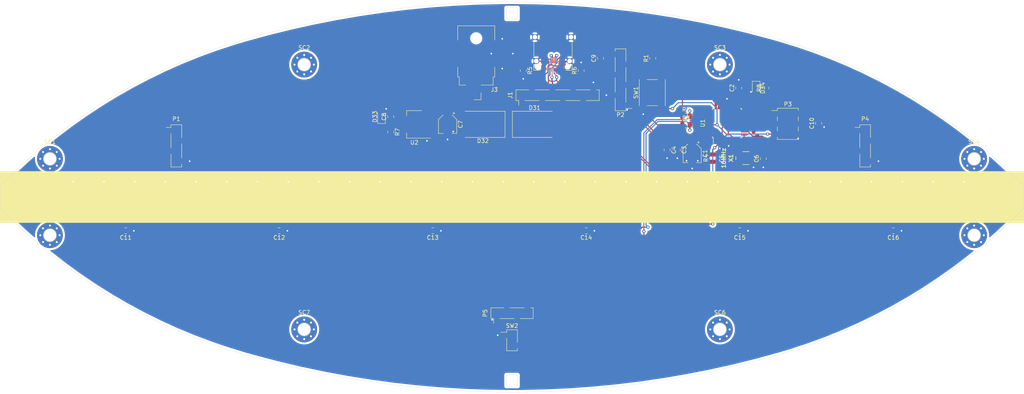
<source format=kicad_pcb>
(kicad_pcb (version 20171130) (host pcbnew 5.1.7-a382d34a8~87~ubuntu20.04.1)
  (title_block (title "HALO - edge lit photos") (date 2020-10-31) (rev v1) (company WyoLum))
  (layers (0 F.Cu signal) (31 B.Cu signal) (34 B.Paste user hide) (35 F.Paste user hide) (36 B.SilkS user hide) (37 F.SilkS user hide) (38 B.Mask user hide) (39 F.Mask user hide) (44 Edge.Cuts user))
  (net 0 "")
  (net 1 /12V)
  (net 2 GND)
  (net 3 +5V)
  (net 4 /RESET)
  (net 5 /PB6)
  (net 6 /PB7)
  (net 7 /Vin)
  (net 8 /Vusb)
  (net 9 /CC1)
  (net 10 /D+)
  (net 11 /D-)
  (net 12 /SBU1)
  (net 13 /CC2)
  (net 14 /SBU2)
  (net 15 /MISO)
  (net 16 /SCK)
  (net 17 /MOSI)
  (net 18 /TXD)
  (net 19 /RXD)
  (net 20 /SDA)
  (net 21 /SCL)
  (net 22 /SS)
  (net 23 /A0)
  (net 24 /A1)
  (net 25 /A2)
  (net 26 /A3)
  (net 27 /A6)
  (net 28 /A7)
  (net 29 /D2)
  (net 30 /D3~~)
  (net 31 /D7)
  (net 32 /D8)
  (net 33 /D9~~)
  (net 34 /D6~~_CLK)
  (net 35 "Net-(C9-Pad1)")
  (net 36 "Net-(D1-Pad2)")
  (net 37 /D5~~_DAT)
  (net 38 "Net-(D2-Pad2)")
  (net 39 "Net-(D3-Pad2)")
  (net 40 "Net-(D4-Pad2)")
  (net 41 "Net-(D5-Pad2)")
  (net 42 "Net-(D6-Pad2)")
  (net 43 "Net-(D7-Pad2)")
  (net 44 "Net-(D8-Pad2)")
  (net 45 "Net-(D10-Pad4)")
  (net 46 "Net-(D10-Pad2)")
  (net 47 "Net-(D11-Pad2)")
  (net 48 "Net-(D12-Pad2)")
  (net 49 "Net-(D13-Pad2)")
  (net 50 "Net-(D14-Pad2)")
  (net 51 "Net-(D15-Pad2)")
  (net 52 "Net-(D16-Pad2)")
  (net 53 "Net-(D17-Pad2)")
  (net 54 "Net-(D18-Pad2)")
  (net 55 "Net-(D19-Pad2)")
  (net 56 "Net-(D20-Pad2)")
  (net 57 "Net-(D21-Pad2)")
  (net 58 "Net-(D22-Pad2)")
  (net 59 "Net-(D23-Pad2)")
  (net 60 "Net-(D24-Pad2)")
  (net 61 "Net-(D25-Pad2)")
  (net 62 "Net-(D26-Pad2)")
  (net 63 "Net-(D27-Pad2)")
  (net 64 "Net-(D28-Pad2)")
  (net 65 "Net-(D29-Pad2)")
  (net 66 /LED/D5~~_DAT_OUT)
  (net 67 "Net-(D33-Pad1)")
  (net 68 "Net-(D34-Pad1)")
  (net 69 "Net-(P4-Pad3)")
  (net 70 /D4_MODE)
  (module halo:PinSocket_1x04_P2.54mm_Vertical_SMD_Pin1Left (layer F.Cu) (at 0 28.829 90)
    (fp_text reference P5 (at 0 -6.68 90) (layer F.SilkS))
    (fp_text value qwiic)
    (pad 4 smd rect (at 1.65 3.81 90) (size 1.9 1) (layers F.Cu F.Paste F.Mask) (net 21 /SCL))
    (pad 2 smd rect (at 1.65 -1.27 90) (size 1.9 1) (layers F.Cu F.Paste F.Mask) (net 3 +5V))
    (pad 3 smd rect (at -1.65 1.27 90) (size 1.9 1) (layers F.Cu F.Paste F.Mask) (net 20 /SDA))
    (pad 1 smd rect (at -1.65 -3.81 90) (size 1.9 1) (layers F.Cu F.Paste F.Mask) (net 2 GND))
  )
  (module Connector_USB:USB_C_Receptacle_Amphenol_12401610E4-2A_CircularHoles (layer F.Cu) (at 10.16 -36.83 180)
    (fp_text reference J2 (at 0 -6.36) (layer F.SilkS))
    (fp_text value USB_C_Receptacle_USB2.0)
    (pad B12 smd rect (at -3 -3.32 180) (size 0.3 0.7) (layers F.Cu F.Paste F.Mask) (net 2 GND))
    (pad B11 smd rect (at -2.5 -3.32 180) (size 0.3 0.7) (layers F.Cu F.Paste F.Mask))
    (pad B10 smd rect (at -2 -3.32 180) (size 0.3 0.7) (layers F.Cu F.Paste F.Mask))
    (pad B9 smd rect (at -1.5 -3.32 180) (size 0.3 0.7) (layers F.Cu F.Paste F.Mask) (net 8 /Vusb))
    (pad B8 smd rect (at -1 -3.32 180) (size 0.3 0.7) (layers F.Cu F.Paste F.Mask) (net 14 /SBU2))
    (pad B7 smd rect (at -0.5 -3.32 180) (size 0.3 0.7) (layers F.Cu F.Paste F.Mask) (net 11 /D-))
    (pad B6 smd rect (at 0 -3.32 180) (size 0.3 0.7) (layers F.Cu F.Paste F.Mask) (net 10 /D+))
    (pad B5 smd rect (at 0.5 -3.32 180) (size 0.3 0.7) (layers F.Cu F.Paste F.Mask) (net 13 /CC2))
    (pad B4 smd rect (at 1 -3.32 180) (size 0.3 0.7) (layers F.Cu F.Paste F.Mask) (net 8 /Vusb))
    (pad B3 smd rect (at 1.5 -3.32 180) (size 0.3 0.7) (layers F.Cu F.Paste F.Mask))
    (pad B2 smd rect (at 2 -3.32 180) (size 0.3 0.7) (layers F.Cu F.Paste F.Mask))
    (pad "" np_thru_hole circle (at -3.6 -4.36 180) (size 0.65 0.65) (drill 0.65) (layers *.Cu *.Mask))
    (pad "" np_thru_hole circle (at 3.6 -4.36 180) (size 0.95 0.95) (drill 0.95) (layers *.Cu *.Mask))
    (pad S1 thru_hole circle (at -4.49 2.84 180) (size 1.4 1.4) (drill 1.1) (layers *.Cu *.Mask) (net 2 GND))
    (pad S1 thru_hole circle (at 4.49 2.84 180) (size 1.4 1.4) (drill 1.1) (layers *.Cu *.Mask) (net 2 GND))
    (pad S1 thru_hole circle (at 4.13 -3.11 180) (size 1.4 1.4) (drill 1.1) (layers *.Cu *.Mask) (net 2 GND))
    (pad B1 smd rect (at 2.5 -3.32 180) (size 0.3 0.7) (layers F.Cu F.Paste F.Mask) (net 2 GND))
    (pad A11 smd rect (at 2.25 -5.02 180) (size 0.3 0.7) (layers F.Cu F.Paste F.Mask))
    (pad A8 smd rect (at 0.75 -5.02 180) (size 0.3 0.7) (layers F.Cu F.Paste F.Mask) (net 12 /SBU1))
    (pad A9 smd rect (at 1.25 -5.02 180) (size 0.3 0.7) (layers F.Cu F.Paste F.Mask) (net 8 /Vusb))
    (pad A10 smd rect (at 1.75 -5.02 180) (size 0.3 0.7) (layers F.Cu F.Paste F.Mask))
    (pad A12 smd rect (at 2.75 -5.02 180) (size 0.3 0.7) (layers F.Cu F.Paste F.Mask) (net 2 GND))
    (pad A7 smd rect (at 0.25 -5.02 180) (size 0.3 0.7) (layers F.Cu F.Paste F.Mask) (net 11 /D-))
    (pad A6 smd rect (at -0.25 -5.02 180) (size 0.3 0.7) (layers F.Cu F.Paste F.Mask) (net 10 /D+))
    (pad A5 smd rect (at -0.75 -5.02 180) (size 0.3 0.7) (layers F.Cu F.Paste F.Mask) (net 9 /CC1))
    (pad A4 smd rect (at -1.25 -5.02 180) (size 0.3 0.7) (layers F.Cu F.Paste F.Mask) (net 8 /Vusb))
    (pad A3 smd rect (at -1.75 -5.02 180) (size 0.3 0.7) (layers F.Cu F.Paste F.Mask))
    (pad A2 smd rect (at -2.25 -5.02 180) (size 0.3 0.7) (layers F.Cu F.Paste F.Mask))
    (pad A1 smd rect (at -2.75 -5.02 180) (size 0.3 0.7) (layers F.Cu F.Paste F.Mask) (net 2 GND))
    (pad S1 thru_hole circle (at -4.13 -3.11 180) (size 1.4 1.4) (drill 1.1) (layers *.Cu *.Mask) (net 2 GND))
  )
  (module Capacitor_SMD:C_0805_2012Metric (layer F.Cu) (at 62.357 -9.525 90)
    (fp_text reference C6 (at 0 -1.68 90) (layer F.SilkS))
    (fp_text value 22p)
    (pad 2 smd roundrect (at 0.95 0 90) (size 1 1.45) (layers F.Cu F.Paste F.Mask) (net 6 /PB7))
    (pad 1 smd roundrect (at -0.95 0 90) (size 1 1.45) (layers F.Cu F.Paste F.Mask) (net 2 GND))
  )
  (module Capacitor_SMD:C_0805_2012Metric (layer F.Cu) (at 38.481 -11.684 270)
    (fp_text reference C4 (at 0 -1.68 90) (layer F.SilkS))
    (fp_text value 1uF)
    (pad 1 smd roundrect (at -0.95 0 270) (size 1 1.45) (layers F.Cu F.Paste F.Mask) (net 3 +5V))
    (pad 2 smd roundrect (at 0.95 0 270) (size 1 1.45) (layers F.Cu F.Paste F.Mask) (net 2 GND))
  )
  (module Capacitor_SMD:CP_Elec_4x5.8 (layer F.Cu) (at 44.704 -10.795 270)
    (fp_text reference C1 (at 0 -3.2 90) (layer F.SilkS))
    (fp_text value 10uF)
    (pad 2 smd roundrect (at 1.8 0 270) (size 2.6 1.6) (layers F.Cu F.Paste F.Mask) (roundrect_rratio 0.15625) (net 2 GND))
    (pad 1 smd roundrect (at -1.8 0 270) (size 2.6 1.6) (layers F.Cu F.Paste F.Mask) (roundrect_rratio 0.15625) (net 3 +5V))
  )
  (module Capacitor_SMD:C_0805_2012Metric (layer F.Cu) (at 56.261 -27.051 90)
    (fp_text reference C2 (at 0 -1.68 90) (layer F.SilkS))
    (fp_text value 100n)
    (pad 2 smd roundrect (at 0.95 0 90) (size 1 1.45) (layers F.Cu F.Paste F.Mask) (net 2 GND))
    (pad 1 smd roundrect (at -0.95 0 90) (size 1 1.45) (layers F.Cu F.Paste F.Mask) (net 3 +5V))
  )
  (module Capacitor_SMD:C_0805_2012Metric (layer F.Cu) (at 41.021 -11.684 270)
    (fp_text reference C3 (at 0 -1.68 90) (layer F.SilkS))
    (fp_text value 1uF)
    (pad 1 smd roundrect (at -0.95 0 270) (size 1 1.45) (layers F.Cu F.Paste F.Mask) (net 3 +5V))
    (pad 2 smd roundrect (at 0.95 0 270) (size 1 1.45) (layers F.Cu F.Paste F.Mask) (net 2 GND))
  )
  (module Capacitor_SMD:C_0805_2012Metric (layer F.Cu) (at 53.721 -9.525 90)
    (fp_text reference C5 (at 0 -1.68 90) (layer F.SilkS))
    (fp_text value 22p)
    (pad 2 smd roundrect (at 0.95 0 90) (size 1 1.45) (layers F.Cu F.Paste F.Mask) (net 2 GND))
    (pad 1 smd roundrect (at -0.95 0 90) (size 1 1.45) (layers F.Cu F.Paste F.Mask) (net 5 /PB6))
  )
  (module Capacitor_SMD:C_0805_2012Metric (layer F.Cu) (at -30.099 -19.939 90)
    (fp_text reference C8 (at 0 -1.68 90) (layer F.SilkS))
    (fp_text value 1uF)
    (pad 1 smd roundrect (at -0.95 0 90) (size 1 1.45) (layers F.Cu F.Paste F.Mask) (net 3 +5V))
    (pad 2 smd roundrect (at 0.95 0 90) (size 1 1.45) (layers F.Cu F.Paste F.Mask) (net 2 GND))
  )
  (module Capacitor_SMD:C_0805_2012Metric (layer F.Cu) (at 21.971 -34.417 90)
    (fp_text reference C9 (at 0 -1.68 90) (layer F.SilkS))
    (fp_text value 100n)
    (pad 1 smd roundrect (at -0.95 0 90) (size 1 1.45) (layers F.Cu F.Paste F.Mask) (net 35 "Net-(C9-Pad1)"))
    (pad 2 smd roundrect (at 0.95 0 90) (size 1 1.45) (layers F.Cu F.Paste F.Mask) (net 4 /RESET))
  )
  (module Connector_PinHeader_2.54mm:PinHeader_1x06_P2.54mm_Vertical_SMD_Pin1Left (layer F.Cu) (at 26.924 -29.083 180)
    (fp_text reference P2 (at 0 -8.68) (layer F.SilkS))
    (fp_text value FTDI)
    (pad 6 smd rect (at 1.655 6.35 180) (size 2.51 1) (layers F.Cu F.Paste F.Mask) (net 35 "Net-(C9-Pad1)"))
    (pad 4 smd rect (at 1.655 1.27 180) (size 2.51 1) (layers F.Cu F.Paste F.Mask) (net 19 /RXD))
    (pad 2 smd rect (at 1.655 -3.81 180) (size 2.51 1) (layers F.Cu F.Paste F.Mask) (net 2 GND))
    (pad 5 smd rect (at -1.655 3.81 180) (size 2.51 1) (layers F.Cu F.Paste F.Mask) (net 18 /TXD))
    (pad 3 smd rect (at -1.655 -1.27 180) (size 2.51 1) (layers F.Cu F.Paste F.Mask) (net 3 +5V))
    (pad 1 smd rect (at -1.655 -6.35 180) (size 2.51 1) (layers F.Cu F.Paste F.Mask) (net 2 GND))
  )
  (module Resistor_SMD:R_0805_2012Metric (layer F.Cu) (at 34.925 -34.417 90)
    (fp_text reference R1 (at 0 -1.65 90) (layer F.SilkS))
    (fp_text value 10k)
    (pad 2 smd roundrect (at 0.9125 0 90) (size 1.025 1.4) (layers F.Cu F.Paste F.Mask) (roundrect_rratio 0.243902) (net 4 /RESET))
    (pad 1 smd roundrect (at -0.9125 0 90) (size 1.025 1.4) (layers F.Cu F.Paste F.Mask) (roundrect_rratio 0.243902) (net 3 +5V))
  )
  (module Resistor_SMD:R_0805_2012Metric (layer F.Cu) (at 43.18 -20.066)
    (fp_text reference R2 (at 0 -1.65) (layer F.SilkS))
    (fp_text value 10k)
    (pad 1 smd roundrect (at -0.9125 0) (size 1.025 1.4) (layers F.Cu F.Paste F.Mask) (roundrect_rratio 0.243902) (net 3 +5V))
    (pad 2 smd roundrect (at 0.9125 0) (size 1.025 1.4) (layers F.Cu F.Paste F.Mask) (roundrect_rratio 0.243902) (net 20 /SDA))
  )
  (module Resistor_SMD:R_0805_2012Metric (layer F.Cu) (at 43.18 -17.907)
    (fp_text reference R3 (at 0 -1.651) (layer F.SilkS))
    (fp_text value 10k)
    (pad 1 smd roundrect (at -0.9125 0) (size 1.025 1.4) (layers F.Cu F.Paste F.Mask) (roundrect_rratio 0.243902) (net 3 +5V))
    (pad 2 smd roundrect (at 0.9125 0) (size 1.025 1.4) (layers F.Cu F.Paste F.Mask) (roundrect_rratio 0.243902) (net 21 /SCL))
  )
  (module Resistor_SMD:R_0805_2012Metric (layer F.Cu) (at 49.784 -9.652 90)
    (fp_text reference R4 (at 0 -1.65 90) (layer F.SilkS))
    (fp_text value 10k)
    (pad 2 smd roundrect (at 0.9125 0 90) (size 1.025 1.4) (layers F.Cu F.Paste F.Mask) (roundrect_rratio 0.243902) (net 70 /D4_MODE))
    (pad 1 smd roundrect (at -0.9125 0 90) (size 1.025 1.4) (layers F.Cu F.Paste F.Mask) (roundrect_rratio 0.243902) (net 3 +5V))
  )
  (module Resistor_SMD:R_0805_2012Metric (layer F.Cu) (at 2.794 -31.369 270)
    (fp_text reference R5 (at 0 -1.65 90) (layer F.SilkS))
    (fp_text value 5k11)
    (pad 2 smd roundrect (at 0.9125 0 270) (size 1.025 1.4) (layers F.Cu F.Paste F.Mask) (roundrect_rratio 0.243902) (net 2 GND))
    (pad 1 smd roundrect (at -0.9125 0 270) (size 1.025 1.4) (layers F.Cu F.Paste F.Mask) (roundrect_rratio 0.243902) (net 13 /CC2))
  )
  (module Resistor_SMD:R_0805_2012Metric (layer F.Cu) (at 17.145 -31.369 90)
    (fp_text reference R6 (at 0 -1.65 90) (layer F.SilkS))
    (fp_text value 5k11)
    (pad 2 smd roundrect (at 0.9125 0 90) (size 1.025 1.4) (layers F.Cu F.Paste F.Mask) (roundrect_rratio 0.243902) (net 2 GND))
    (pad 1 smd roundrect (at -0.9125 0 90) (size 1.025 1.4) (layers F.Cu F.Paste F.Mask) (roundrect_rratio 0.243902) (net 9 /CC1))
  )
  (module Resistor_SMD:R_0805_2012Metric (layer F.Cu) (at -30.099 -16.129 270)
    (fp_text reference R7 (at 0 -1.65 90) (layer F.SilkS))
    (fp_text value 1k)
    (pad 1 smd roundrect (at -0.9125 0 270) (size 1.025 1.4) (layers F.Cu F.Paste F.Mask) (roundrect_rratio 0.243902) (net 3 +5V))
    (pad 2 smd roundrect (at 0.9125 0 270) (size 1.025 1.4) (layers F.Cu F.Paste F.Mask) (roundrect_rratio 0.243902) (net 67 "Net-(D33-Pad1)"))
  )
  (module Resistor_SMD:R_0805_2012Metric (layer F.Cu) (at 62.992 -27.051 90)
    (fp_text reference R8 (at 0 -1.65 90) (layer F.SilkS))
    (fp_text value 1k)
    (pad 1 smd roundrect (at -0.9125 0 90) (size 1.025 1.4) (layers F.Cu F.Paste F.Mask) (roundrect_rratio 0.243902) (net 16 /SCK))
    (pad 2 smd roundrect (at 0.9125 0 90) (size 1.025 1.4) (layers F.Cu F.Paste F.Mask) (roundrect_rratio 0.243902) (net 68 "Net-(D34-Pad1)"))
  )
  (module MountingHole:MountingHole_3.2mm_M3_Pad_Via (layer F.Cu) (at -114.683 -9.475)
    (fp_text reference SC1 (at 0 -4.2) (layer F.SilkS))
    (fp_text value SCREW)
    (pad 1 thru_hole circle (at 0 0) (size 6.4 6.4) (drill 3.2) (layers *.Cu *.Mask))
    (pad 1 thru_hole circle (at 2.4 0) (size 0.8 0.8) (drill 0.5) (layers *.Cu *.Mask))
    (pad 1 thru_hole circle (at 1.697056 1.697056) (size 0.8 0.8) (drill 0.5) (layers *.Cu *.Mask))
    (pad 1 thru_hole circle (at 0 2.4) (size 0.8 0.8) (drill 0.5) (layers *.Cu *.Mask))
    (pad 1 thru_hole circle (at -1.697056 1.697056) (size 0.8 0.8) (drill 0.5) (layers *.Cu *.Mask))
    (pad 1 thru_hole circle (at -2.4 0) (size 0.8 0.8) (drill 0.5) (layers *.Cu *.Mask))
    (pad 1 thru_hole circle (at -1.697056 -1.697056) (size 0.8 0.8) (drill 0.5) (layers *.Cu *.Mask))
    (pad 1 thru_hole circle (at 0 -2.4) (size 0.8 0.8) (drill 0.5) (layers *.Cu *.Mask))
    (pad 1 thru_hole circle (at 1.697056 -1.697056) (size 0.8 0.8) (drill 0.5) (layers *.Cu *.Mask))
  )
  (module MountingHole:MountingHole_3.2mm_M3_Pad_Via (layer F.Cu) (at -51.586 -32.859)
    (fp_text reference SC2 (at 0 -4.2) (layer F.SilkS))
    (fp_text value SCREW)
    (pad 1 thru_hole circle (at 1.697056 -1.697056) (size 0.8 0.8) (drill 0.5) (layers *.Cu *.Mask))
    (pad 1 thru_hole circle (at 0 -2.4) (size 0.8 0.8) (drill 0.5) (layers *.Cu *.Mask))
    (pad 1 thru_hole circle (at -1.697056 -1.697056) (size 0.8 0.8) (drill 0.5) (layers *.Cu *.Mask))
    (pad 1 thru_hole circle (at -2.4 0) (size 0.8 0.8) (drill 0.5) (layers *.Cu *.Mask))
    (pad 1 thru_hole circle (at -1.697056 1.697056) (size 0.8 0.8) (drill 0.5) (layers *.Cu *.Mask))
    (pad 1 thru_hole circle (at 0 2.4) (size 0.8 0.8) (drill 0.5) (layers *.Cu *.Mask))
    (pad 1 thru_hole circle (at 1.697056 1.697056) (size 0.8 0.8) (drill 0.5) (layers *.Cu *.Mask))
    (pad 1 thru_hole circle (at 2.4 0) (size 0.8 0.8) (drill 0.5) (layers *.Cu *.Mask))
    (pad 1 thru_hole circle (at 0 0) (size 6.4 6.4) (drill 3.2) (layers *.Cu *.Mask))
  )
  (module MountingHole:MountingHole_3.2mm_M3_Pad_Via (layer F.Cu) (at 51.586 -32.859)
    (fp_text reference SC3 (at 0 -4.2) (layer F.SilkS))
    (fp_text value SCREW)
    (pad 1 thru_hole circle (at 0 0) (size 6.4 6.4) (drill 3.2) (layers *.Cu *.Mask))
    (pad 1 thru_hole circle (at 2.4 0) (size 0.8 0.8) (drill 0.5) (layers *.Cu *.Mask))
    (pad 1 thru_hole circle (at 1.697056 1.697056) (size 0.8 0.8) (drill 0.5) (layers *.Cu *.Mask))
    (pad 1 thru_hole circle (at 0 2.4) (size 0.8 0.8) (drill 0.5) (layers *.Cu *.Mask))
    (pad 1 thru_hole circle (at -1.697056 1.697056) (size 0.8 0.8) (drill 0.5) (layers *.Cu *.Mask))
    (pad 1 thru_hole circle (at -2.4 0) (size 0.8 0.8) (drill 0.5) (layers *.Cu *.Mask))
    (pad 1 thru_hole circle (at -1.697056 -1.697056) (size 0.8 0.8) (drill 0.5) (layers *.Cu *.Mask))
    (pad 1 thru_hole circle (at 0 -2.4) (size 0.8 0.8) (drill 0.5) (layers *.Cu *.Mask))
    (pad 1 thru_hole circle (at 1.697056 -1.697056) (size 0.8 0.8) (drill 0.5) (layers *.Cu *.Mask))
  )
  (module MountingHole:MountingHole_3.2mm_M3_Pad_Via (layer F.Cu) (at 114.683 -9.475)
    (fp_text reference SC4 (at 0 -4.2) (layer F.SilkS))
    (fp_text value SCREW)
    (pad 1 thru_hole circle (at 1.697056 -1.697056) (size 0.8 0.8) (drill 0.5) (layers *.Cu *.Mask))
    (pad 1 thru_hole circle (at 0 -2.4) (size 0.8 0.8) (drill 0.5) (layers *.Cu *.Mask))
    (pad 1 thru_hole circle (at -1.697056 -1.697056) (size 0.8 0.8) (drill 0.5) (layers *.Cu *.Mask))
    (pad 1 thru_hole circle (at -2.4 0) (size 0.8 0.8) (drill 0.5) (layers *.Cu *.Mask))
    (pad 1 thru_hole circle (at -1.697056 1.697056) (size 0.8 0.8) (drill 0.5) (layers *.Cu *.Mask))
    (pad 1 thru_hole circle (at 0 2.4) (size 0.8 0.8) (drill 0.5) (layers *.Cu *.Mask))
    (pad 1 thru_hole circle (at 1.697056 1.697056) (size 0.8 0.8) (drill 0.5) (layers *.Cu *.Mask))
    (pad 1 thru_hole circle (at 2.4 0) (size 0.8 0.8) (drill 0.5) (layers *.Cu *.Mask))
    (pad 1 thru_hole circle (at 0 0) (size 6.4 6.4) (drill 3.2) (layers *.Cu *.Mask))
  )
  (module MountingHole:MountingHole_3.2mm_M3_Pad_Via (layer F.Cu) (at 114.683 9.475)
    (fp_text reference SC5 (at 0 -4.2) (layer F.SilkS))
    (fp_text value SCREW)
    (pad 1 thru_hole circle (at 1.697056 -1.697056) (size 0.8 0.8) (drill 0.5) (layers *.Cu *.Mask))
    (pad 1 thru_hole circle (at 0 -2.4) (size 0.8 0.8) (drill 0.5) (layers *.Cu *.Mask))
    (pad 1 thru_hole circle (at -1.697056 -1.697056) (size 0.8 0.8) (drill 0.5) (layers *.Cu *.Mask))
    (pad 1 thru_hole circle (at -2.4 0) (size 0.8 0.8) (drill 0.5) (layers *.Cu *.Mask))
    (pad 1 thru_hole circle (at -1.697056 1.697056) (size 0.8 0.8) (drill 0.5) (layers *.Cu *.Mask))
    (pad 1 thru_hole circle (at 0 2.4) (size 0.8 0.8) (drill 0.5) (layers *.Cu *.Mask))
    (pad 1 thru_hole circle (at 1.697056 1.697056) (size 0.8 0.8) (drill 0.5) (layers *.Cu *.Mask))
    (pad 1 thru_hole circle (at 2.4 0) (size 0.8 0.8) (drill 0.5) (layers *.Cu *.Mask))
    (pad 1 thru_hole circle (at 0 0) (size 6.4 6.4) (drill 3.2) (layers *.Cu *.Mask))
  )
  (module MountingHole:MountingHole_3.2mm_M3_Pad_Via (layer F.Cu) (at 51.586 32.859)
    (fp_text reference SC6 (at 0 -4.2) (layer F.SilkS))
    (fp_text value SCREW)
    (pad 1 thru_hole circle (at 0 0) (size 6.4 6.4) (drill 3.2) (layers *.Cu *.Mask))
    (pad 1 thru_hole circle (at 2.4 0) (size 0.8 0.8) (drill 0.5) (layers *.Cu *.Mask))
    (pad 1 thru_hole circle (at 1.697056 1.697056) (size 0.8 0.8) (drill 0.5) (layers *.Cu *.Mask))
    (pad 1 thru_hole circle (at 0 2.4) (size 0.8 0.8) (drill 0.5) (layers *.Cu *.Mask))
    (pad 1 thru_hole circle (at -1.697056 1.697056) (size 0.8 0.8) (drill 0.5) (layers *.Cu *.Mask))
    (pad 1 thru_hole circle (at -2.4 0) (size 0.8 0.8) (drill 0.5) (layers *.Cu *.Mask))
    (pad 1 thru_hole circle (at -1.697056 -1.697056) (size 0.8 0.8) (drill 0.5) (layers *.Cu *.Mask))
    (pad 1 thru_hole circle (at 0 -2.4) (size 0.8 0.8) (drill 0.5) (layers *.Cu *.Mask))
    (pad 1 thru_hole circle (at 1.697056 -1.697056) (size 0.8 0.8) (drill 0.5) (layers *.Cu *.Mask))
  )
  (module MountingHole:MountingHole_3.2mm_M3_Pad_Via (layer F.Cu) (at -51.586 32.859)
    (fp_text reference SC7 (at 0 -4.2) (layer F.SilkS))
    (fp_text value SCREW)
    (pad 1 thru_hole circle (at 1.697056 -1.697056) (size 0.8 0.8) (drill 0.5) (layers *.Cu *.Mask))
    (pad 1 thru_hole circle (at 0 -2.4) (size 0.8 0.8) (drill 0.5) (layers *.Cu *.Mask))
    (pad 1 thru_hole circle (at -1.697056 -1.697056) (size 0.8 0.8) (drill 0.5) (layers *.Cu *.Mask))
    (pad 1 thru_hole circle (at -2.4 0) (size 0.8 0.8) (drill 0.5) (layers *.Cu *.Mask))
    (pad 1 thru_hole circle (at -1.697056 1.697056) (size 0.8 0.8) (drill 0.5) (layers *.Cu *.Mask))
    (pad 1 thru_hole circle (at 0 2.4) (size 0.8 0.8) (drill 0.5) (layers *.Cu *.Mask))
    (pad 1 thru_hole circle (at 1.697056 1.697056) (size 0.8 0.8) (drill 0.5) (layers *.Cu *.Mask))
    (pad 1 thru_hole circle (at 2.4 0) (size 0.8 0.8) (drill 0.5) (layers *.Cu *.Mask))
    (pad 1 thru_hole circle (at 0 0) (size 6.4 6.4) (drill 3.2) (layers *.Cu *.Mask))
  )
  (module MountingHole:MountingHole_3.2mm_M3_Pad_Via (layer F.Cu) (at -114.683 9.475)
    (fp_text reference SC8 (at 0 -4.2) (layer F.SilkS))
    (fp_text value SCREW)
    (pad 1 thru_hole circle (at 0 0) (size 6.4 6.4) (drill 3.2) (layers *.Cu *.Mask))
    (pad 1 thru_hole circle (at 2.4 0) (size 0.8 0.8) (drill 0.5) (layers *.Cu *.Mask))
    (pad 1 thru_hole circle (at 1.697056 1.697056) (size 0.8 0.8) (drill 0.5) (layers *.Cu *.Mask))
    (pad 1 thru_hole circle (at 0 2.4) (size 0.8 0.8) (drill 0.5) (layers *.Cu *.Mask))
    (pad 1 thru_hole circle (at -1.697056 1.697056) (size 0.8 0.8) (drill 0.5) (layers *.Cu *.Mask))
    (pad 1 thru_hole circle (at -2.4 0) (size 0.8 0.8) (drill 0.5) (layers *.Cu *.Mask))
    (pad 1 thru_hole circle (at -1.697056 -1.697056) (size 0.8 0.8) (drill 0.5) (layers *.Cu *.Mask))
    (pad 1 thru_hole circle (at 0 -2.4) (size 0.8 0.8) (drill 0.5) (layers *.Cu *.Mask))
    (pad 1 thru_hole circle (at 1.697056 -1.697056) (size 0.8 0.8) (drill 0.5) (layers *.Cu *.Mask))
  )
  (module Button_Switch_SMD:SW_Push_1P1T_NO_6x6mm_H9.5mm (layer F.Cu) (at 34.798 -25.908 90)
    (fp_text reference SW1 (at 0 -4.05 90) (layer F.SilkS))
    (fp_text value RST)
    (pad 2 smd rect (at 3.975 2.25 90) (size 1.55 1.3) (layers F.Cu F.Paste F.Mask) (net 4 /RESET))
    (pad 1 smd rect (at 3.975 -2.25 90) (size 1.55 1.3) (layers F.Cu F.Paste F.Mask) (net 2 GND))
    (pad 1 smd rect (at -3.975 -2.25 90) (size 1.55 1.3) (layers F.Cu F.Paste F.Mask) (net 2 GND))
    (pad 2 smd rect (at -3.975 2.25 90) (size 1.55 1.3) (layers F.Cu F.Paste F.Mask) (net 4 /RESET))
  )
  (module Connector_PinHeader_2.54mm:PinHeader_1x02_P2.54mm_Vertical_SMD_Pin1Left (layer F.Cu) (at 0 35.56)
    (fp_text reference SW2 (at 0 -3.6) (layer F.SilkS))
    (fp_text value MODE)
    (pad 2 smd rect (at 1.655 1.27) (size 2.51 1) (layers F.Cu F.Paste F.Mask) (net 70 /D4_MODE))
    (pad 1 smd rect (at -1.655 -1.27) (size 2.51 1) (layers F.Cu F.Paste F.Mask) (net 2 GND))
  )
  (module halo:Xtal_SMD4 (layer F.Cu) (at 58.039 -9.652)
    (fp_text reference X1 (at -3.7 0 270) (layer F.SilkS) (effects (font (size 1.016 1.016) (thickness 0.2032))))
    (fp_text value 16MHz (at -5.5 0 90) (layer F.SilkS) (effects (font (size 1.016 1.016) (thickness 0.2032))))
    (pad 3 smd rect (at 1.85 1.1) (size 2 1.2) (layers F.Cu F.Paste F.Mask) (net 2 GND))
    (pad 3 smd rect (at -1.85 -1.1) (size 2 1.2) (layers F.Cu F.Paste F.Mask) (net 2 GND))
    (pad 2 smd rect (at 1.85 -1.1) (size 2 1.2) (layers F.Cu F.Paste F.Mask) (net 6 /PB7))
    (pad 1 smd rect (at -1.85 1.1) (size 2 1.2) (layers F.Cu F.Paste F.Mask) (net 5 /PB6))
  )
  (module halo:breakout_smd (layer F.Cu) (at 45.72 -19.939 90)
    (fp_text reference B1 hide)
    (fp_text value I_O hide)
    (pad 1 smd circle (at 0 0 90) (size 1 1) (layers F.Cu F.Paste F.Mask) (net 20 /SDA))
  )
  (module halo:breakout_smd (layer F.Cu) (at 45.72 -18.161 90)
    (fp_text reference B2 hide)
    (fp_text value I_O hide)
    (pad 1 smd circle (at 0 0 90) (size 1 1) (layers F.Cu F.Paste F.Mask) (net 21 /SCL))
  )
  (module halo:breakout_smd (layer F.Cu) (at 51.054 -25.908 90)
    (fp_text reference B3 hide)
    (fp_text value I_O hide)
    (pad 1 smd circle (at 0 0 90) (size 1 1) (layers F.Cu F.Paste F.Mask) (net 23 /A0))
  )
  (module halo:breakout_smd (layer F.Cu) (at 50.038 -24.638 90)
    (fp_text reference B4 hide)
    (fp_text value I_O hide)
    (pad 1 smd circle (at 0 0 90) (size 1 1) (layers F.Cu F.Paste F.Mask) (net 24 /A1))
  )
  (module halo:breakout_smd (layer F.Cu) (at 47.244 -21.717 90)
    (fp_text reference B5 hide)
    (fp_text value I_O hide)
    (pad 1 smd circle (at 0 0 90) (size 1 1) (layers F.Cu F.Paste F.Mask) (net 25 /A2))
  )
  (module halo:breakout_smd (layer F.Cu) (at 47.244 -20.32 90)
    (fp_text reference B6 hide)
    (fp_text value I_O hide)
    (pad 1 smd circle (at 0 0 90) (size 1 1) (layers F.Cu F.Paste F.Mask) (net 26 /A3))
  )
  (module halo:breakout_smd (layer F.Cu) (at 54.61 -24.638 90)
    (fp_text reference B7 hide)
    (fp_text value I_O hide)
    (pad 1 smd circle (at 0 0 90) (size 1 1) (layers F.Cu F.Paste F.Mask) (net 27 /A6))
  )
  (module halo:breakout_smd (layer F.Cu) (at 52.07 -24.638 90)
    (fp_text reference B8 hide)
    (fp_text value I_O hide)
    (pad 1 smd circle (at 0 0 90) (size 1 1) (layers F.Cu F.Paste F.Mask) (net 28 /A7))
  )
  (module halo:breakout_smd (layer F.Cu) (at 47.371 -17.399 90)
    (fp_text reference B9 hide)
    (fp_text value I_O hide)
    (pad 1 smd circle (at 0 0 90) (size 1 1) (layers F.Cu F.Paste F.Mask) (net 19 /RXD))
  )
  (module halo:breakout_smd (layer F.Cu) (at 47.371 -16.002 90)
    (fp_text reference B10 hide)
    (fp_text value I_O hide)
    (pad 1 smd circle (at 0 0 90) (size 1 1) (layers F.Cu F.Paste F.Mask) (net 18 /TXD))
  )
  (module halo:breakout_smd (layer F.Cu) (at 47.371 -14.605 90)
    (fp_text reference B11 hide)
    (fp_text value I_O hide)
    (pad 1 smd circle (at 0 0 90) (size 1 1) (layers F.Cu F.Paste F.Mask) (net 29 /D2))
  )
  (module halo:breakout_smd (layer F.Cu) (at 48.895 -12.319 90)
    (fp_text reference B12 hide)
    (fp_text value I_O hide)
    (pad 1 smd circle (at 0 0 90) (size 1 1) (layers F.Cu F.Paste F.Mask) (net 30 /D3~~))
  )
  (module halo:breakout_smd (layer F.Cu) (at 59.944 -16.256 90)
    (fp_text reference B13 hide)
    (fp_text value I_O hide)
    (pad 1 smd circle (at 0 0 90) (size 1 1) (layers F.Cu F.Paste F.Mask) (net 31 /D7))
  )
  (module halo:breakout_smd (layer F.Cu) (at 60.833 -17.399 90)
    (fp_text reference B14 hide)
    (fp_text value I_O hide)
    (pad 1 smd circle (at 0 0 90) (size 1 1) (layers F.Cu F.Paste F.Mask) (net 32 /D8))
  )
  (module halo:breakout_smd (layer F.Cu) (at 59.944 -18.542 90)
    (fp_text reference B15 hide)
    (fp_text value I_O hide)
    (pad 1 smd circle (at 0 0 90) (size 1 1) (layers F.Cu F.Paste F.Mask) (net 33 /D9~~))
  )
  (module halo:breakout_smd (layer F.Cu) (at 60.833 -19.685 90)
    (fp_text reference B16 hide)
    (fp_text value I_O hide)
    (pad 1 smd circle (at 0 0 90) (size 1 1) (layers F.Cu F.Paste F.Mask) (net 22 /SS))
  )
  (module halo:breakout_smd (layer F.Cu) (at 59.69 -20.955 90)
    (fp_text reference B17 hide)
    (fp_text value I_O hide)
    (pad 1 smd circle (at 0 0 90) (size 1 1) (layers F.Cu F.Paste F.Mask) (net 17 /MOSI))
  )
  (module halo:breakout_smd (layer F.Cu) (at 60.833 -22.098 90)
    (fp_text reference B18 hide)
    (fp_text value I_O hide)
    (pad 1 smd circle (at 0 0 90) (size 1 1) (layers F.Cu F.Paste F.Mask) (net 15 /MISO))
  )
  (module halo:breakout_smd (layer F.Cu) (at 60.579 -24.511 90)
    (fp_text reference B19 hide)
    (fp_text value I_O hide)
    (pad 1 smd circle (at 0 0 90) (size 1 1) (layers F.Cu F.Paste F.Mask) (net 16 /SCK))
  )
  (module halo:breakout_smd (layer F.Cu) (at 60.833 -15.113 90)
    (fp_text reference B20 hide)
    (fp_text value I_O hide)
    (pad 1 smd circle (at 0 0 90) (size 1 1) (layers F.Cu F.Paste F.Mask) (net 34 /D6~~_CLK))
  )
  (module Capacitor_SMD:CP_Elec_4x5.8 (layer F.Cu) (at -16.002 -18.034 270)
    (fp_text reference C7 (at 0 -3.2 90) (layer F.SilkS))
    (fp_text value 10uF)
    (pad 1 smd roundrect (at -1.8 0 270) (size 2.6 1.6) (layers F.Cu F.Paste F.Mask) (roundrect_rratio 0.15625) (net 1 /12V))
    (pad 2 smd roundrect (at 1.8 0 270) (size 2.6 1.6) (layers F.Cu F.Paste F.Mask) (roundrect_rratio 0.15625) (net 2 GND))
  )
  (module Capacitor_SMD:C_0805_2012Metric (layer F.Cu) (at 76.073 -18.288 90)
    (fp_text reference C10 (at 0 -1.68 90) (layer F.SilkS))
    (fp_text value 100n)
    (pad 1 smd roundrect (at -0.95 0 90) (size 1 1.45) (layers F.Cu F.Paste F.Mask) (net 2 GND))
    (pad 2 smd roundrect (at 0.95 0 90) (size 1 1.45) (layers F.Cu F.Paste F.Mask) (net 3 +5V))
  )
  (module LED_SMD:LED_WS2812B_PLCC4_5.0x5.0mm_P3.2mm (layer F.Cu) (at -110.49 0 90)
    (fp_text reference D1 (at 0 -3.5 90) (layer F.SilkS))
    (fp_text value WS2812B)
    (fp_text user 1 (at -4.15 -1.6 90) (layer F.SilkS))
    (pad 1 smd rect (at -2.45 -1.6 90) (size 1.5 1) (layers F.Cu F.Paste F.Mask) (net 3 +5V))
    (pad 2 smd rect (at -2.45 1.6 90) (size 1.5 1) (layers F.Cu F.Paste F.Mask) (net 36 "Net-(D1-Pad2)"))
    (pad 4 smd rect (at 2.45 -1.6 90) (size 1.5 1) (layers F.Cu F.Paste F.Mask) (net 37 /D5~~_DAT))
    (pad 3 smd rect (at 2.45 1.6 90) (size 1.5 1) (layers F.Cu F.Paste F.Mask) (net 2 GND))
  )
  (module LED_SMD:LED_WS2812B_PLCC4_5.0x5.0mm_P3.2mm (layer F.Cu) (at -102.87 0 90)
    (fp_text reference D2 (at 0 -3.5 90) (layer F.SilkS))
    (fp_text value WS2812B)
    (fp_text user 1 (at -4.15 -1.6 90) (layer F.SilkS))
    (pad 3 smd rect (at 2.45 1.6 90) (size 1.5 1) (layers F.Cu F.Paste F.Mask) (net 2 GND))
    (pad 4 smd rect (at 2.45 -1.6 90) (size 1.5 1) (layers F.Cu F.Paste F.Mask) (net 36 "Net-(D1-Pad2)"))
    (pad 2 smd rect (at -2.45 1.6 90) (size 1.5 1) (layers F.Cu F.Paste F.Mask) (net 38 "Net-(D2-Pad2)"))
    (pad 1 smd rect (at -2.45 -1.6 90) (size 1.5 1) (layers F.Cu F.Paste F.Mask) (net 3 +5V))
  )
  (module LED_SMD:LED_WS2812B_PLCC4_5.0x5.0mm_P3.2mm (layer F.Cu) (at -95.25 0 90)
    (fp_text reference D3 (at 0 -3.5 90) (layer F.SilkS))
    (fp_text value WS2812B)
    (fp_text user 1 (at -4.15 -1.6 90) (layer F.SilkS))
    (pad 1 smd rect (at -2.45 -1.6 90) (size 1.5 1) (layers F.Cu F.Paste F.Mask) (net 3 +5V))
    (pad 2 smd rect (at -2.45 1.6 90) (size 1.5 1) (layers F.Cu F.Paste F.Mask) (net 39 "Net-(D3-Pad2)"))
    (pad 4 smd rect (at 2.45 -1.6 90) (size 1.5 1) (layers F.Cu F.Paste F.Mask) (net 38 "Net-(D2-Pad2)"))
    (pad 3 smd rect (at 2.45 1.6 90) (size 1.5 1) (layers F.Cu F.Paste F.Mask) (net 2 GND))
  )
  (module LED_SMD:LED_WS2812B_PLCC4_5.0x5.0mm_P3.2mm (layer F.Cu) (at -87.63 0 90)
    (fp_text reference D4 (at 0 -3.5 90) (layer F.SilkS))
    (fp_text value WS2812B)
    (fp_text user 1 (at -4.15 -1.6 90) (layer F.SilkS))
    (pad 3 smd rect (at 2.45 1.6 90) (size 1.5 1) (layers F.Cu F.Paste F.Mask) (net 2 GND))
    (pad 4 smd rect (at 2.45 -1.6 90) (size 1.5 1) (layers F.Cu F.Paste F.Mask) (net 39 "Net-(D3-Pad2)"))
    (pad 2 smd rect (at -2.45 1.6 90) (size 1.5 1) (layers F.Cu F.Paste F.Mask) (net 40 "Net-(D4-Pad2)"))
    (pad 1 smd rect (at -2.45 -1.6 90) (size 1.5 1) (layers F.Cu F.Paste F.Mask) (net 3 +5V))
  )
  (module LED_SMD:LED_WS2812B_PLCC4_5.0x5.0mm_P3.2mm (layer F.Cu) (at -80.01 0 90)
    (fp_text reference D5 (at 0 -3.5 90) (layer F.SilkS))
    (fp_text value WS2812B)
    (fp_text user 1 (at -4.15 -1.6 90) (layer F.SilkS))
    (pad 1 smd rect (at -2.45 -1.6 90) (size 1.5 1) (layers F.Cu F.Paste F.Mask) (net 3 +5V))
    (pad 2 smd rect (at -2.45 1.6 90) (size 1.5 1) (layers F.Cu F.Paste F.Mask) (net 41 "Net-(D5-Pad2)"))
    (pad 4 smd rect (at 2.45 -1.6 90) (size 1.5 1) (layers F.Cu F.Paste F.Mask) (net 40 "Net-(D4-Pad2)"))
    (pad 3 smd rect (at 2.45 1.6 90) (size 1.5 1) (layers F.Cu F.Paste F.Mask) (net 2 GND))
  )
  (module LED_SMD:LED_WS2812B_PLCC4_5.0x5.0mm_P3.2mm (layer F.Cu) (at -72.39 0 90)
    (fp_text reference D6 (at 0 -3.5 90) (layer F.SilkS))
    (fp_text value WS2812B)
    (fp_text user 1 (at -4.15 -1.6 90) (layer F.SilkS))
    (pad 3 smd rect (at 2.45 1.6 90) (size 1.5 1) (layers F.Cu F.Paste F.Mask) (net 2 GND))
    (pad 4 smd rect (at 2.45 -1.6 90) (size 1.5 1) (layers F.Cu F.Paste F.Mask) (net 41 "Net-(D5-Pad2)"))
    (pad 2 smd rect (at -2.45 1.6 90) (size 1.5 1) (layers F.Cu F.Paste F.Mask) (net 42 "Net-(D6-Pad2)"))
    (pad 1 smd rect (at -2.45 -1.6 90) (size 1.5 1) (layers F.Cu F.Paste F.Mask) (net 3 +5V))
  )
  (module LED_SMD:LED_WS2812B_PLCC4_5.0x5.0mm_P3.2mm (layer F.Cu) (at -64.77 0 90)
    (fp_text reference D7 (at 0 -3.5 90) (layer F.SilkS))
    (fp_text value WS2812B)
    (fp_text user 1 (at -4.15 -1.6 90) (layer F.SilkS))
    (pad 1 smd rect (at -2.45 -1.6 90) (size 1.5 1) (layers F.Cu F.Paste F.Mask) (net 3 +5V))
    (pad 2 smd rect (at -2.45 1.6 90) (size 1.5 1) (layers F.Cu F.Paste F.Mask) (net 43 "Net-(D7-Pad2)"))
    (pad 4 smd rect (at 2.45 -1.6 90) (size 1.5 1) (layers F.Cu F.Paste F.Mask) (net 42 "Net-(D6-Pad2)"))
    (pad 3 smd rect (at 2.45 1.6 90) (size 1.5 1) (layers F.Cu F.Paste F.Mask) (net 2 GND))
  )
  (module LED_SMD:LED_WS2812B_PLCC4_5.0x5.0mm_P3.2mm (layer F.Cu) (at -57.15 0 90)
    (fp_text reference D8 (at 0 -3.5 90) (layer F.SilkS))
    (fp_text value WS2812B)
    (fp_text user 1 (at -4.15 -1.6 90) (layer F.SilkS))
    (pad 3 smd rect (at 2.45 1.6 90) (size 1.5 1) (layers F.Cu F.Paste F.Mask) (net 2 GND))
    (pad 4 smd rect (at 2.45 -1.6 90) (size 1.5 1) (layers F.Cu F.Paste F.Mask) (net 43 "Net-(D7-Pad2)"))
    (pad 2 smd rect (at -2.45 1.6 90) (size 1.5 1) (layers F.Cu F.Paste F.Mask) (net 44 "Net-(D8-Pad2)"))
    (pad 1 smd rect (at -2.45 -1.6 90) (size 1.5 1) (layers F.Cu F.Paste F.Mask) (net 3 +5V))
  )
  (module LED_SMD:LED_WS2812B_PLCC4_5.0x5.0mm_P3.2mm (layer F.Cu) (at -49.53 0 90)
    (fp_text reference D9 (at 0 -3.5 90) (layer F.SilkS))
    (fp_text value WS2812B)
    (fp_text user 1 (at -4.15 -1.6 90) (layer F.SilkS))
    (pad 1 smd rect (at -2.45 -1.6 90) (size 1.5 1) (layers F.Cu F.Paste F.Mask) (net 3 +5V))
    (pad 2 smd rect (at -2.45 1.6 90) (size 1.5 1) (layers F.Cu F.Paste F.Mask) (net 45 "Net-(D10-Pad4)"))
    (pad 4 smd rect (at 2.45 -1.6 90) (size 1.5 1) (layers F.Cu F.Paste F.Mask) (net 44 "Net-(D8-Pad2)"))
    (pad 3 smd rect (at 2.45 1.6 90) (size 1.5 1) (layers F.Cu F.Paste F.Mask) (net 2 GND))
  )
  (module LED_SMD:LED_WS2812B_PLCC4_5.0x5.0mm_P3.2mm (layer F.Cu) (at -41.91 0 90)
    (fp_text reference D10 (at 0 -3.5 90) (layer F.SilkS))
    (fp_text value WS2812B)
    (fp_text user 1 (at -4.15 -1.6 90) (layer F.SilkS))
    (pad 3 smd rect (at 2.45 1.6 90) (size 1.5 1) (layers F.Cu F.Paste F.Mask) (net 2 GND))
    (pad 4 smd rect (at 2.45 -1.6 90) (size 1.5 1) (layers F.Cu F.Paste F.Mask) (net 45 "Net-(D10-Pad4)"))
    (pad 2 smd rect (at -2.45 1.6 90) (size 1.5 1) (layers F.Cu F.Paste F.Mask) (net 46 "Net-(D10-Pad2)"))
    (pad 1 smd rect (at -2.45 -1.6 90) (size 1.5 1) (layers F.Cu F.Paste F.Mask) (net 3 +5V))
  )
  (module LED_SMD:LED_WS2812B_PLCC4_5.0x5.0mm_P3.2mm (layer F.Cu) (at -34.29 0 90)
    (fp_text reference D11 (at 0 -3.5 90) (layer F.SilkS))
    (fp_text value WS2812B)
    (fp_text user 1 (at -4.15 -1.6 90) (layer F.SilkS))
    (pad 1 smd rect (at -2.45 -1.6 90) (size 1.5 1) (layers F.Cu F.Paste F.Mask) (net 3 +5V))
    (pad 2 smd rect (at -2.45 1.6 90) (size 1.5 1) (layers F.Cu F.Paste F.Mask) (net 47 "Net-(D11-Pad2)"))
    (pad 4 smd rect (at 2.45 -1.6 90) (size 1.5 1) (layers F.Cu F.Paste F.Mask) (net 46 "Net-(D10-Pad2)"))
    (pad 3 smd rect (at 2.45 1.6 90) (size 1.5 1) (layers F.Cu F.Paste F.Mask) (net 2 GND))
  )
  (module LED_SMD:LED_WS2812B_PLCC4_5.0x5.0mm_P3.2mm (layer F.Cu) (at -26.67 0 90)
    (fp_text reference D12 (at 0 -3.5 90) (layer F.SilkS))
    (fp_text value WS2812B)
    (fp_text user 1 (at -4.15 -1.6 90) (layer F.SilkS))
    (pad 3 smd rect (at 2.45 1.6 90) (size 1.5 1) (layers F.Cu F.Paste F.Mask) (net 2 GND))
    (pad 4 smd rect (at 2.45 -1.6 90) (size 1.5 1) (layers F.Cu F.Paste F.Mask) (net 47 "Net-(D11-Pad2)"))
    (pad 2 smd rect (at -2.45 1.6 90) (size 1.5 1) (layers F.Cu F.Paste F.Mask) (net 48 "Net-(D12-Pad2)"))
    (pad 1 smd rect (at -2.45 -1.6 90) (size 1.5 1) (layers F.Cu F.Paste F.Mask) (net 3 +5V))
  )
  (module LED_SMD:LED_WS2812B_PLCC4_5.0x5.0mm_P3.2mm (layer F.Cu) (at -19.05 0 90)
    (fp_text reference D13 (at 0 -3.5 90) (layer F.SilkS))
    (fp_text value WS2812B)
    (fp_text user 1 (at -4.15 -1.6 90) (layer F.SilkS))
    (pad 1 smd rect (at -2.45 -1.6 90) (size 1.5 1) (layers F.Cu F.Paste F.Mask) (net 3 +5V))
    (pad 2 smd rect (at -2.45 1.6 90) (size 1.5 1) (layers F.Cu F.Paste F.Mask) (net 49 "Net-(D13-Pad2)"))
    (pad 4 smd rect (at 2.45 -1.6 90) (size 1.5 1) (layers F.Cu F.Paste F.Mask) (net 48 "Net-(D12-Pad2)"))
    (pad 3 smd rect (at 2.45 1.6 90) (size 1.5 1) (layers F.Cu F.Paste F.Mask) (net 2 GND))
  )
  (module LED_SMD:LED_WS2812B_PLCC4_5.0x5.0mm_P3.2mm (layer F.Cu) (at -11.43 0 90)
    (fp_text reference D14 (at 0 -3.5 90) (layer F.SilkS))
    (fp_text value WS2812B)
    (fp_text user 1 (at -4.15 -1.6 90) (layer F.SilkS))
    (pad 3 smd rect (at 2.45 1.6 90) (size 1.5 1) (layers F.Cu F.Paste F.Mask) (net 2 GND))
    (pad 4 smd rect (at 2.45 -1.6 90) (size 1.5 1) (layers F.Cu F.Paste F.Mask) (net 49 "Net-(D13-Pad2)"))
    (pad 2 smd rect (at -2.45 1.6 90) (size 1.5 1) (layers F.Cu F.Paste F.Mask) (net 50 "Net-(D14-Pad2)"))
    (pad 1 smd rect (at -2.45 -1.6 90) (size 1.5 1) (layers F.Cu F.Paste F.Mask) (net 3 +5V))
  )
  (module LED_SMD:LED_WS2812B_PLCC4_5.0x5.0mm_P3.2mm (layer F.Cu) (at -3.81 0 90)
    (fp_text reference D15 (at 0 -3.5 90) (layer F.SilkS))
    (fp_text value WS2812B)
    (fp_text user 1 (at -4.15 -1.6 90) (layer F.SilkS))
    (pad 1 smd rect (at -2.45 -1.6 90) (size 1.5 1) (layers F.Cu F.Paste F.Mask) (net 3 +5V))
    (pad 2 smd rect (at -2.45 1.6 90) (size 1.5 1) (layers F.Cu F.Paste F.Mask) (net 51 "Net-(D15-Pad2)"))
    (pad 4 smd rect (at 2.45 -1.6 90) (size 1.5 1) (layers F.Cu F.Paste F.Mask) (net 50 "Net-(D14-Pad2)"))
    (pad 3 smd rect (at 2.45 1.6 90) (size 1.5 1) (layers F.Cu F.Paste F.Mask) (net 2 GND))
  )
  (module LED_SMD:LED_WS2812B_PLCC4_5.0x5.0mm_P3.2mm (layer F.Cu) (at 3.81 0 90)
    (fp_text reference D16 (at 0 -3.5 90) (layer F.SilkS))
    (fp_text value WS2812B)
    (fp_text user 1 (at -4.15 -1.6 90) (layer F.SilkS))
    (pad 3 smd rect (at 2.45 1.6 90) (size 1.5 1) (layers F.Cu F.Paste F.Mask) (net 2 GND))
    (pad 4 smd rect (at 2.45 -1.6 90) (size 1.5 1) (layers F.Cu F.Paste F.Mask) (net 51 "Net-(D15-Pad2)"))
    (pad 2 smd rect (at -2.45 1.6 90) (size 1.5 1) (layers F.Cu F.Paste F.Mask) (net 52 "Net-(D16-Pad2)"))
    (pad 1 smd rect (at -2.45 -1.6 90) (size 1.5 1) (layers F.Cu F.Paste F.Mask) (net 3 +5V))
  )
  (module LED_SMD:LED_WS2812B_PLCC4_5.0x5.0mm_P3.2mm (layer F.Cu) (at 11.43 0 90)
    (fp_text reference D17 (at 0 -3.5 90) (layer F.SilkS))
    (fp_text value WS2812B)
    (fp_text user 1 (at -4.15 -1.6 90) (layer F.SilkS))
    (pad 3 smd rect (at 2.45 1.6 90) (size 1.5 1) (layers F.Cu F.Paste F.Mask) (net 2 GND))
    (pad 4 smd rect (at 2.45 -1.6 90) (size 1.5 1) (layers F.Cu F.Paste F.Mask) (net 52 "Net-(D16-Pad2)"))
    (pad 2 smd rect (at -2.45 1.6 90) (size 1.5 1) (layers F.Cu F.Paste F.Mask) (net 53 "Net-(D17-Pad2)"))
    (pad 1 smd rect (at -2.45 -1.6 90) (size 1.5 1) (layers F.Cu F.Paste F.Mask) (net 3 +5V))
  )
  (module LED_SMD:LED_WS2812B_PLCC4_5.0x5.0mm_P3.2mm (layer F.Cu) (at 19.05 0 90)
    (fp_text reference D18 (at 0 -3.5 90) (layer F.SilkS))
    (fp_text value WS2812B)
    (fp_text user 1 (at -4.15 -1.6 90) (layer F.SilkS))
    (pad 3 smd rect (at 2.45 1.6 90) (size 1.5 1) (layers F.Cu F.Paste F.Mask) (net 2 GND))
    (pad 4 smd rect (at 2.45 -1.6 90) (size 1.5 1) (layers F.Cu F.Paste F.Mask) (net 53 "Net-(D17-Pad2)"))
    (pad 2 smd rect (at -2.45 1.6 90) (size 1.5 1) (layers F.Cu F.Paste F.Mask) (net 54 "Net-(D18-Pad2)"))
    (pad 1 smd rect (at -2.45 -1.6 90) (size 1.5 1) (layers F.Cu F.Paste F.Mask) (net 3 +5V))
  )
  (module LED_SMD:LED_WS2812B_PLCC4_5.0x5.0mm_P3.2mm (layer F.Cu) (at 26.67 0 90)
    (fp_text reference D19 (at 0 -3.5 90) (layer F.SilkS))
    (fp_text value WS2812B)
    (fp_text user 1 (at -4.15 -1.6 90) (layer F.SilkS))
    (pad 1 smd rect (at -2.45 -1.6 90) (size 1.5 1) (layers F.Cu F.Paste F.Mask) (net 3 +5V))
    (pad 2 smd rect (at -2.45 1.6 90) (size 1.5 1) (layers F.Cu F.Paste F.Mask) (net 55 "Net-(D19-Pad2)"))
    (pad 4 smd rect (at 2.45 -1.6 90) (size 1.5 1) (layers F.Cu F.Paste F.Mask) (net 54 "Net-(D18-Pad2)"))
    (pad 3 smd rect (at 2.45 1.6 90) (size 1.5 1) (layers F.Cu F.Paste F.Mask) (net 2 GND))
  )
  (module LED_SMD:LED_WS2812B_PLCC4_5.0x5.0mm_P3.2mm (layer F.Cu) (at 34.29 0 90)
    (fp_text reference D20 (at 0 -3.5 90) (layer F.SilkS))
    (fp_text value WS2812B)
    (fp_text user 1 (at -4.15 -1.6 90) (layer F.SilkS))
    (pad 1 smd rect (at -2.45 -1.6 90) (size 1.5 1) (layers F.Cu F.Paste F.Mask) (net 3 +5V))
    (pad 2 smd rect (at -2.45 1.6 90) (size 1.5 1) (layers F.Cu F.Paste F.Mask) (net 56 "Net-(D20-Pad2)"))
    (pad 4 smd rect (at 2.45 -1.6 90) (size 1.5 1) (layers F.Cu F.Paste F.Mask) (net 55 "Net-(D19-Pad2)"))
    (pad 3 smd rect (at 2.45 1.6 90) (size 1.5 1) (layers F.Cu F.Paste F.Mask) (net 2 GND))
  )
  (module LED_SMD:LED_WS2812B_PLCC4_5.0x5.0mm_P3.2mm (layer F.Cu) (at 41.91 0 90)
    (fp_text reference D21 (at 0 -3.5 90) (layer F.SilkS))
    (fp_text value WS2812B)
    (fp_text user 1 (at -4.15 -1.6 90) (layer F.SilkS))
    (pad 1 smd rect (at -2.45 -1.6 90) (size 1.5 1) (layers F.Cu F.Paste F.Mask) (net 3 +5V))
    (pad 2 smd rect (at -2.45 1.6 90) (size 1.5 1) (layers F.Cu F.Paste F.Mask) (net 57 "Net-(D21-Pad2)"))
    (pad 4 smd rect (at 2.45 -1.6 90) (size 1.5 1) (layers F.Cu F.Paste F.Mask) (net 56 "Net-(D20-Pad2)"))
    (pad 3 smd rect (at 2.45 1.6 90) (size 1.5 1) (layers F.Cu F.Paste F.Mask) (net 2 GND))
  )
  (module LED_SMD:LED_WS2812B_PLCC4_5.0x5.0mm_P3.2mm (layer F.Cu) (at 49.53 0 90)
    (fp_text reference D22 (at 0 -3.5 90) (layer F.SilkS))
    (fp_text value WS2812B)
    (fp_text user 1 (at -4.15 -1.6 90) (layer F.SilkS))
    (pad 3 smd rect (at 2.45 1.6 90) (size 1.5 1) (layers F.Cu F.Paste F.Mask) (net 2 GND))
    (pad 4 smd rect (at 2.45 -1.6 90) (size 1.5 1) (layers F.Cu F.Paste F.Mask) (net 57 "Net-(D21-Pad2)"))
    (pad 2 smd rect (at -2.45 1.6 90) (size 1.5 1) (layers F.Cu F.Paste F.Mask) (net 58 "Net-(D22-Pad2)"))
    (pad 1 smd rect (at -2.45 -1.6 90) (size 1.5 1) (layers F.Cu F.Paste F.Mask) (net 3 +5V))
  )
  (module LED_SMD:LED_WS2812B_PLCC4_5.0x5.0mm_P3.2mm (layer F.Cu) (at 57.15 0 90)
    (fp_text reference D23 (at 0 -3.5 90) (layer F.SilkS))
    (fp_text value WS2812B)
    (fp_text user 1 (at -4.15 -1.6 90) (layer F.SilkS))
    (pad 1 smd rect (at -2.45 -1.6 90) (size 1.5 1) (layers F.Cu F.Paste F.Mask) (net 3 +5V))
    (pad 2 smd rect (at -2.45 1.6 90) (size 1.5 1) (layers F.Cu F.Paste F.Mask) (net 59 "Net-(D23-Pad2)"))
    (pad 4 smd rect (at 2.45 -1.6 90) (size 1.5 1) (layers F.Cu F.Paste F.Mask) (net 58 "Net-(D22-Pad2)"))
    (pad 3 smd rect (at 2.45 1.6 90) (size 1.5 1) (layers F.Cu F.Paste F.Mask) (net 2 GND))
  )
  (module LED_SMD:LED_WS2812B_PLCC4_5.0x5.0mm_P3.2mm (layer F.Cu) (at 64.77 0 90)
    (fp_text reference D24 (at 0 -3.5 90) (layer F.SilkS))
    (fp_text value WS2812B)
    (fp_text user 1 (at -4.15 -1.6 90) (layer F.SilkS))
    (pad 3 smd rect (at 2.45 1.6 90) (size 1.5 1) (layers F.Cu F.Paste F.Mask) (net 2 GND))
    (pad 4 smd rect (at 2.45 -1.6 90) (size 1.5 1) (layers F.Cu F.Paste F.Mask) (net 59 "Net-(D23-Pad2)"))
    (pad 2 smd rect (at -2.45 1.6 90) (size 1.5 1) (layers F.Cu F.Paste F.Mask) (net 60 "Net-(D24-Pad2)"))
    (pad 1 smd rect (at -2.45 -1.6 90) (size 1.5 1) (layers F.Cu F.Paste F.Mask) (net 3 +5V))
  )
  (module LED_SMD:LED_WS2812B_PLCC4_5.0x5.0mm_P3.2mm (layer F.Cu) (at 72.39 0 90)
    (fp_text reference D25 (at 0 -3.5 90) (layer F.SilkS))
    (fp_text value WS2812B)
    (fp_text user 1 (at -4.15 -1.6 90) (layer F.SilkS))
    (pad 1 smd rect (at -2.45 -1.6 90) (size 1.5 1) (layers F.Cu F.Paste F.Mask) (net 3 +5V))
    (pad 2 smd rect (at -2.45 1.6 90) (size 1.5 1) (layers F.Cu F.Paste F.Mask) (net 61 "Net-(D25-Pad2)"))
    (pad 4 smd rect (at 2.45 -1.6 90) (size 1.5 1) (layers F.Cu F.Paste F.Mask) (net 60 "Net-(D24-Pad2)"))
    (pad 3 smd rect (at 2.45 1.6 90) (size 1.5 1) (layers F.Cu F.Paste F.Mask) (net 2 GND))
  )
  (module LED_SMD:LED_WS2812B_PLCC4_5.0x5.0mm_P3.2mm (layer F.Cu) (at 80.01 0 90)
    (fp_text reference D26 (at 0 -3.5 90) (layer F.SilkS))
    (fp_text value WS2812B)
    (fp_text user 1 (at -4.15 -1.6 90) (layer F.SilkS))
    (pad 3 smd rect (at 2.45 1.6 90) (size 1.5 1) (layers F.Cu F.Paste F.Mask) (net 2 GND))
    (pad 4 smd rect (at 2.45 -1.6 90) (size 1.5 1) (layers F.Cu F.Paste F.Mask) (net 61 "Net-(D25-Pad2)"))
    (pad 2 smd rect (at -2.45 1.6 90) (size 1.5 1) (layers F.Cu F.Paste F.Mask) (net 62 "Net-(D26-Pad2)"))
    (pad 1 smd rect (at -2.45 -1.6 90) (size 1.5 1) (layers F.Cu F.Paste F.Mask) (net 3 +5V))
  )
  (module LED_SMD:LED_WS2812B_PLCC4_5.0x5.0mm_P3.2mm (layer F.Cu) (at 87.63 0 90)
    (fp_text reference D27 (at 0 -3.5 90) (layer F.SilkS))
    (fp_text value WS2812B)
    (fp_text user 1 (at -4.15 -1.6 90) (layer F.SilkS))
    (pad 3 smd rect (at 2.45 1.6 90) (size 1.5 1) (layers F.Cu F.Paste F.Mask) (net 2 GND))
    (pad 4 smd rect (at 2.45 -1.6 90) (size 1.5 1) (layers F.Cu F.Paste F.Mask) (net 62 "Net-(D26-Pad2)"))
    (pad 2 smd rect (at -2.45 1.6 90) (size 1.5 1) (layers F.Cu F.Paste F.Mask) (net 63 "Net-(D27-Pad2)"))
    (pad 1 smd rect (at -2.45 -1.6 90) (size 1.5 1) (layers F.Cu F.Paste F.Mask) (net 3 +5V))
  )
  (module LED_SMD:LED_WS2812B_PLCC4_5.0x5.0mm_P3.2mm (layer F.Cu) (at 95.25 0 90)
    (fp_text reference D28 (at 0 -3.5 90) (layer F.SilkS))
    (fp_text value WS2812B)
    (fp_text user 1 (at -4.15 -1.6 90) (layer F.SilkS))
    (pad 1 smd rect (at -2.45 -1.6 90) (size 1.5 1) (layers F.Cu F.Paste F.Mask) (net 3 +5V))
    (pad 2 smd rect (at -2.45 1.6 90) (size 1.5 1) (layers F.Cu F.Paste F.Mask) (net 64 "Net-(D28-Pad2)"))
    (pad 4 smd rect (at 2.45 -1.6 90) (size 1.5 1) (layers F.Cu F.Paste F.Mask) (net 63 "Net-(D27-Pad2)"))
    (pad 3 smd rect (at 2.45 1.6 90) (size 1.5 1) (layers F.Cu F.Paste F.Mask) (net 2 GND))
  )
  (module LED_SMD:LED_WS2812B_PLCC4_5.0x5.0mm_P3.2mm (layer F.Cu) (at 102.87 0 90)
    (fp_text reference D29 (at 0 -3.5 90) (layer F.SilkS))
    (fp_text value WS2812B)
    (fp_text user 1 (at -4.15 -1.6 90) (layer F.SilkS))
    (pad 3 smd rect (at 2.45 1.6 90) (size 1.5 1) (layers F.Cu F.Paste F.Mask) (net 2 GND))
    (pad 4 smd rect (at 2.45 -1.6 90) (size 1.5 1) (layers F.Cu F.Paste F.Mask) (net 64 "Net-(D28-Pad2)"))
    (pad 2 smd rect (at -2.45 1.6 90) (size 1.5 1) (layers F.Cu F.Paste F.Mask) (net 65 "Net-(D29-Pad2)"))
    (pad 1 smd rect (at -2.45 -1.6 90) (size 1.5 1) (layers F.Cu F.Paste F.Mask) (net 3 +5V))
  )
  (module LED_SMD:LED_WS2812B_PLCC4_5.0x5.0mm_P3.2mm (layer F.Cu) (at 110.49 0 90)
    (fp_text reference D30 (at 0 -3.5 90) (layer F.SilkS))
    (fp_text value WS2812B)
    (fp_text user 1 (at -4.15 -1.6 90) (layer F.SilkS))
    (pad 1 smd rect (at -2.45 -1.6 90) (size 1.5 1) (layers F.Cu F.Paste F.Mask) (net 3 +5V))
    (pad 2 smd rect (at -2.45 1.6 90) (size 1.5 1) (layers F.Cu F.Paste F.Mask) (net 66 /LED/D5~~_DAT_OUT))
    (pad 4 smd rect (at 2.45 -1.6 90) (size 1.5 1) (layers F.Cu F.Paste F.Mask) (net 65 "Net-(D29-Pad2)"))
    (pad 3 smd rect (at 2.45 1.6 90) (size 1.5 1) (layers F.Cu F.Paste F.Mask) (net 2 GND))
  )
  (module Diode_SMD:D_SMB-SMC_Universal_Handsoldering (layer F.Cu) (at 5.588 -18.034)
    (fp_text reference D31 (at 0 -4.1) (layer F.SilkS))
    (fp_text value DIODESCH)
    (pad 2 smd trapezoid (at 3.2 0 180) (size 4.3 2.6) (rect_delta 1 0) (layers F.Cu F.Paste F.Mask) (net 3 +5V))
    (pad 1 smd trapezoid (at -3.2 0) (size 4.3 2.6) (rect_delta 1 0) (layers F.Cu F.Paste F.Mask) (net 8 /Vusb))
  )
  (module Diode_SMD:D_SMB-SMC_Universal_Handsoldering (layer F.Cu) (at -7.239 -18.034 180)
    (fp_text reference D32 (at 0 -4.1) (layer F.SilkS))
    (fp_text value DIODESCH)
    (pad 1 smd trapezoid (at -3.2 0 180) (size 4.3 2.6) (rect_delta 1 0) (layers F.Cu F.Paste F.Mask) (net 7 /Vin))
    (pad 2 smd trapezoid (at 3.2 0) (size 4.3 2.6) (rect_delta 1 0) (layers F.Cu F.Paste F.Mask) (net 1 /12V))
  )
  (module LED_SMD:LED_0805_2012Metric (layer F.Cu) (at -32.385 -19.939 90)
    (fp_text reference D33 (at 0 -1.65 90) (layer F.SilkS))
    (fp_text value LED_PWR)
    (pad 2 smd roundrect (at 0.9375 0 90) (size 0.975 1.4) (layers F.Cu F.Paste F.Mask) (net 2 GND))
    (pad 1 smd roundrect (at -0.9375 0 90) (size 0.975 1.4) (layers F.Cu F.Paste F.Mask) (net 67 "Net-(D33-Pad1)"))
  )
  (module LED_SMD:LED_0805_2012Metric (layer F.Cu) (at 60.579 -27.051 270)
    (fp_text reference D34 (at 0 -1.65 90) (layer F.SilkS))
    (fp_text value LED_BLNK)
    (pad 1 smd roundrect (at -0.9375 0 270) (size 0.975 1.4) (layers F.Cu F.Paste F.Mask) (net 68 "Net-(D34-Pad1)"))
    (pad 2 smd roundrect (at 0.9375 0 270) (size 0.975 1.4) (layers F.Cu F.Paste F.Mask) (net 2 GND))
  )
  (module Connector_PinSocket_2.54mm:PinSocket_1x08_P2.54mm_Vertical_SMD_Pin1Left (layer F.Cu) (at 11.303 -25.273 90)
    (fp_text reference J1 (at 0 -11.76 90) (layer F.SilkS))
    (fp_text value USB_header)
    (pad 1 smd rect (at -1.65 -8.89 90) (size 1.9 1) (layers F.Cu F.Paste F.Mask) (net 8 /Vusb))
    (pad 3 smd rect (at -1.65 -3.81 90) (size 1.9 1) (layers F.Cu F.Paste F.Mask) (net 13 /CC2))
    (pad 5 smd rect (at -1.65 1.27 90) (size 1.9 1) (layers F.Cu F.Paste F.Mask) (net 10 /D+))
    (pad 7 smd rect (at -1.65 6.35 90) (size 1.9 1) (layers F.Cu F.Paste F.Mask) (net 14 /SBU2))
    (pad 2 smd rect (at 1.65 -6.35 90) (size 1.9 1) (layers F.Cu F.Paste F.Mask) (net 9 /CC1))
    (pad 4 smd rect (at 1.65 -1.27 90) (size 1.9 1) (layers F.Cu F.Paste F.Mask) (net 11 /D-))
    (pad 6 smd rect (at 1.65 3.81 90) (size 1.9 1) (layers F.Cu F.Paste F.Mask) (net 12 /SBU1))
    (pad 8 smd rect (at 1.65 8.89 90) (size 1.9 1) (layers F.Cu F.Paste F.Mask) (net 2 GND))
  )
  (module Connector_BarrelJack:BarrelJack_CUI_PJ-036AH-SMT_Horizontal (layer F.Cu) (at -8.89 -32.385 180)
    (fp_text reference J3 (at -4.5 -5.75) (layer F.SilkS))
    (fp_text value 12V_DC)
    (pad 1 smd rect (at 0.7 -5.8 180) (size 3.3 4.4) (layers F.Cu F.Paste F.Mask) (net 7 /Vin))
    (pad 2 smd rect (at -6.45 3.2 180) (size 3.9 6.2) (layers F.Cu F.Paste F.Mask) (net 2 GND))
    (pad 3 smd rect (at 6.45 3.2 180) (size 3.9 6.2) (layers F.Cu F.Paste F.Mask))
    (pad "" np_thru_hole circle (at 0 7 180) (size 2 2) (drill 2) (layers *.Cu *.Mask))
  )
  (module Connector_PinHeader_2.54mm:PinHeader_2x03_P2.54mm_Vertical_SMD (layer F.Cu) (at 68.453 -18.161)
    (fp_text reference P3 (at 0 -4.87) (layer F.SilkS))
    (fp_text value SPI)
    (pad 1 smd rect (at -2.525 -2.54) (size 3.15 1) (layers F.Cu F.Paste F.Mask) (net 15 /MISO))
    (pad 2 smd rect (at 2.525 -2.54) (size 3.15 1) (layers F.Cu F.Paste F.Mask) (net 3 +5V))
    (pad 3 smd rect (at -2.525 0) (size 3.15 1) (layers F.Cu F.Paste F.Mask) (net 16 /SCK))
    (pad 4 smd rect (at 2.525 0) (size 3.15 1) (layers F.Cu F.Paste F.Mask) (net 17 /MOSI))
    (pad 5 smd rect (at -2.525 2.54) (size 3.15 1) (layers F.Cu F.Paste F.Mask) (net 4 /RESET))
    (pad 6 smd rect (at 2.525 2.54) (size 3.15 1) (layers F.Cu F.Paste F.Mask) (net 2 GND))
  )
  (module Connector_PinSocket_2.54mm:PinSocket_1x04_P2.54mm_Vertical_SMD_Pin1Left (layer F.Cu) (at 87.63 -12.7)
    (fp_text reference P4 (at 0 -6.68) (layer F.SilkS))
    (fp_text value LED_OUT)
    (pad 1 smd rect (at -1.65 -3.81) (size 1.9 1) (layers F.Cu F.Paste F.Mask) (net 3 +5V))
    (pad 3 smd rect (at -1.65 1.27) (size 1.9 1) (layers F.Cu F.Paste F.Mask) (net 69 "Net-(P4-Pad3)"))
    (pad 2 smd rect (at 1.65 -1.27) (size 1.9 1) (layers F.Cu F.Paste F.Mask) (net 66 /LED/D5~~_DAT_OUT))
    (pad 4 smd rect (at 1.65 3.81) (size 1.9 1) (layers F.Cu F.Paste F.Mask) (net 2 GND))
  )
  (module Package_QFP:TQFP-32_7x7mm_P0.8mm (layer F.Cu) (at 53.356001 -18.329001 90)
    (fp_text reference U1 (at 0 -6.05 90) (layer F.SilkS))
    (fp_text value ATMEGA328)
    (pad 1 smd rect (at -4.25 -2.8 90) (size 1.6 0.55) (layers F.Cu F.Paste F.Mask) (net 30 /D3~~))
    (pad 2 smd rect (at -4.25 -2 90) (size 1.6 0.55) (layers F.Cu F.Paste F.Mask) (net 70 /D4_MODE))
    (pad 3 smd rect (at -4.25 -1.2 90) (size 1.6 0.55) (layers F.Cu F.Paste F.Mask) (net 2 GND))
    (pad 4 smd rect (at -4.25 -0.4 90) (size 1.6 0.55) (layers F.Cu F.Paste F.Mask) (net 3 +5V))
    (pad 5 smd rect (at -4.25 0.4 90) (size 1.6 0.55) (layers F.Cu F.Paste F.Mask) (net 2 GND))
    (pad 6 smd rect (at -4.25 1.2 90) (size 1.6 0.55) (layers F.Cu F.Paste F.Mask) (net 3 +5V))
    (pad 7 smd rect (at -4.25 2 90) (size 1.6 0.55) (layers F.Cu F.Paste F.Mask) (net 5 /PB6))
    (pad 8 smd rect (at -4.25 2.8 90) (size 1.6 0.55) (layers F.Cu F.Paste F.Mask) (net 6 /PB7))
    (pad 9 smd rect (at -2.8 4.25 180) (size 1.6 0.55) (layers F.Cu F.Paste F.Mask) (net 37 /D5~~_DAT))
    (pad 10 smd rect (at -2 4.25 180) (size 1.6 0.55) (layers F.Cu F.Paste F.Mask) (net 34 /D6~~_CLK))
    (pad 11 smd rect (at -1.2 4.25 180) (size 1.6 0.55) (layers F.Cu F.Paste F.Mask) (net 31 /D7))
    (pad 12 smd rect (at -0.4 4.25 180) (size 1.6 0.55) (layers F.Cu F.Paste F.Mask) (net 32 /D8))
    (pad 13 smd rect (at 0.4 4.25 180) (size 1.6 0.55) (layers F.Cu F.Paste F.Mask) (net 33 /D9~~))
    (pad 14 smd rect (at 1.2 4.25 180) (size 1.6 0.55) (layers F.Cu F.Paste F.Mask) (net 22 /SS))
    (pad 15 smd rect (at 2 4.25 180) (size 1.6 0.55) (layers F.Cu F.Paste F.Mask) (net 17 /MOSI))
    (pad 16 smd rect (at 2.8 4.25 180) (size 1.6 0.55) (layers F.Cu F.Paste F.Mask) (net 15 /MISO))
    (pad 17 smd rect (at 4.25 2.8 90) (size 1.6 0.55) (layers F.Cu F.Paste F.Mask) (net 16 /SCK))
    (pad 18 smd rect (at 4.25 2 90) (size 1.6 0.55) (layers F.Cu F.Paste F.Mask) (net 3 +5V))
    (pad 19 smd rect (at 4.25 1.2 90) (size 1.6 0.55) (layers F.Cu F.Paste F.Mask) (net 27 /A6))
    (pad 20 smd rect (at 4.25 0.4 90) (size 1.6 0.55) (layers F.Cu F.Paste F.Mask) (net 3 +5V))
    (pad 21 smd rect (at 4.25 -0.4 90) (size 1.6 0.55) (layers F.Cu F.Paste F.Mask) (net 2 GND))
    (pad 22 smd rect (at 4.25 -1.2 90) (size 1.6 0.55) (layers F.Cu F.Paste F.Mask) (net 28 /A7))
    (pad 23 smd rect (at 4.25 -2 90) (size 1.6 0.55) (layers F.Cu F.Paste F.Mask) (net 23 /A0))
    (pad 24 smd rect (at 4.25 -2.8 90) (size 1.6 0.55) (layers F.Cu F.Paste F.Mask) (net 24 /A1))
    (pad 25 smd rect (at 2.8 -4.25 180) (size 1.6 0.55) (layers F.Cu F.Paste F.Mask) (net 25 /A2))
    (pad 26 smd rect (at 2 -4.25 180) (size 1.6 0.55) (layers F.Cu F.Paste F.Mask) (net 26 /A3))
    (pad 27 smd rect (at 1.2 -4.25 180) (size 1.6 0.55) (layers F.Cu F.Paste F.Mask) (net 20 /SDA))
    (pad 28 smd rect (at 0.4 -4.25 180) (size 1.6 0.55) (layers F.Cu F.Paste F.Mask) (net 21 /SCL))
    (pad 29 smd rect (at -0.4 -4.25 180) (size 1.6 0.55) (layers F.Cu F.Paste F.Mask) (net 4 /RESET))
    (pad 30 smd rect (at -1.2 -4.25 180) (size 1.6 0.55) (layers F.Cu F.Paste F.Mask) (net 19 /RXD))
    (pad 31 smd rect (at -2 -4.25 180) (size 1.6 0.55) (layers F.Cu F.Paste F.Mask) (net 18 /TXD))
    (pad 32 smd rect (at -2.8 -4.25 180) (size 1.6 0.55) (layers F.Cu F.Paste F.Mask) (net 29 /D2))
  )
  (module Package_TO_SOT_SMD:SOT-223-3_TabPin2 (layer F.Cu) (at -24.257 -18.034 180)
    (fp_text reference U2 (at 0 -4.5) (layer F.SilkS))
    (fp_text value LM1117-5.0)
    (pad 2 smd rect (at 3.15 0 180) (size 2 3.8) (layers F.Cu F.Paste F.Mask) (net 3 +5V))
    (pad 2 smd rect (at -3.15 0 180) (size 2 1.5) (layers F.Cu F.Paste F.Mask) (net 3 +5V))
    (pad 3 smd rect (at -3.15 2.3 180) (size 2 1.5) (layers F.Cu F.Paste F.Mask) (net 1 /12V))
    (pad 1 smd rect (at -3.15 -2.3 180) (size 2 1.5) (layers F.Cu F.Paste F.Mask) (net 2 GND))
  )
  (module halo:C_0805_2012Metric (layer F.Cu) (at -95.885 8.382 180)
    (fp_text reference C11 (at 0 -1.68) (layer F.SilkS))
    (fp_text value C_NPOL)
    (pad 2 smd roundrect (at 0.95 0 180) (size 1 1.45) (layers F.Cu F.Paste F.Mask) (net 3 +5V))
    (pad 1 smd roundrect (at -0.95 0 180) (size 1 1.45) (layers F.Cu F.Paste F.Mask) (net 2 GND))
  )
  (module halo:C_0805_2012Metric (layer F.Cu) (at -57.785 8.382 180)
    (fp_text reference C12 (at 0 -1.68) (layer F.SilkS))
    (fp_text value C_NPOL)
    (pad 1 smd roundrect (at -0.95 0 180) (size 1 1.45) (layers F.Cu F.Paste F.Mask) (net 2 GND))
    (pad 2 smd roundrect (at 0.95 0 180) (size 1 1.45) (layers F.Cu F.Paste F.Mask) (net 3 +5V))
  )
  (module halo:C_0805_2012Metric (layer F.Cu) (at -19.685 8.382 180)
    (fp_text reference C13 (at 0 -1.68) (layer F.SilkS))
    (fp_text value C_NPOL)
    (pad 2 smd roundrect (at 0.95 0 180) (size 1 1.45) (layers F.Cu F.Paste F.Mask) (net 3 +5V))
    (pad 1 smd roundrect (at -0.95 0 180) (size 1 1.45) (layers F.Cu F.Paste F.Mask) (net 2 GND))
  )
  (module halo:C_0805_2012Metric (layer F.Cu) (at 18.415 8.382 180)
    (fp_text reference C14 (at 0 -1.68) (layer F.SilkS))
    (fp_text value C_NPOL)
    (pad 1 smd roundrect (at -0.95 0 180) (size 1 1.45) (layers F.Cu F.Paste F.Mask) (net 2 GND))
    (pad 2 smd roundrect (at 0.95 0 180) (size 1 1.45) (layers F.Cu F.Paste F.Mask) (net 3 +5V))
  )
  (module halo:C_0805_2012Metric (layer F.Cu) (at 56.515 8.382 180)
    (fp_text reference C15 (at 0 -1.68) (layer F.SilkS))
    (fp_text value C_NPOL)
    (pad 2 smd roundrect (at 0.95 0 180) (size 1 1.45) (layers F.Cu F.Paste F.Mask) (net 3 +5V))
    (pad 1 smd roundrect (at -0.95 0 180) (size 1 1.45) (layers F.Cu F.Paste F.Mask) (net 2 GND))
  )
  (module halo:C_0805_2012Metric (layer F.Cu) (at 94.615 8.382 180)
    (fp_text reference C16 (at 0 -1.68) (layer F.SilkS))
    (fp_text value C_NPOL)
    (pad 1 smd roundrect (at -0.95 0 180) (size 1 1.45) (layers F.Cu F.Paste F.Mask) (net 2 GND))
    (pad 2 smd roundrect (at 0.95 0 180) (size 1 1.45) (layers F.Cu F.Paste F.Mask) (net 3 +5V))
  )
  (module Connector_PinSocket_2.54mm:PinSocket_1x04_P2.54mm_Vertical_SMD_Pin1Left (layer F.Cu) (at -83.312 -12.7)
    (fp_text reference P1 (at 0 -6.68) (layer F.SilkS))
    (fp_text value LED)
    (pad 1 smd rect (at -1.65 -3.81) (size 1.9 1) (layers F.Cu F.Paste F.Mask) (net 3 +5V))
    (pad 3 smd rect (at -1.65 1.27) (size 1.9 1) (layers F.Cu F.Paste F.Mask) (net 34 /D6~~_CLK))
    (pad 2 smd rect (at 1.65 -1.27) (size 1.9 1) (layers F.Cu F.Paste F.Mask) (net 37 /D5~~_DAT))
    (pad 4 smd rect (at 1.65 3.81) (size 1.9 1) (layers F.Cu F.Paste F.Mask) (net 2 GND))
  )
  (gr_poly (pts (xy 127.635 6.35) (xy -127.635 6.35) (xy -127.635 -6.35) (xy 127.635 -6.35)) (layer F.SilkS) (width 0.1))
  (gr_arc (start 28.353 93.123) (end 126.871 -2.879) (angle -29.741) (layer Edge.Cuts) (width 0.05))
  (gr_line (start 126.871 -2.879) (end 126.871 2.879) (angle 90) (layer Edge.Cuts) (width 0.05))
  (gr_arc (start 0 192) (end 66.269 -39.107) (angle -16) (layer Edge.Cuts) (width 0.05))
  (gr_arc (start 0 192) (end 0 -48.42) (angle -16) (layer Edge.Cuts) (width 0.05))
  (gr_arc (start 28.353 -93.123) (end 66.269 39.107) (angle -29.741) (layer Edge.Cuts) (width 0.05))
  (gr_arc (start 0 -192) (end 0 48.42) (angle -16) (layer Edge.Cuts) (width 0.05))
  (gr_arc (start -28.353 93.123) (end -66.269 -39.107) (angle -29.741) (layer Edge.Cuts) (width 0.05))
  (gr_arc (start 0 -192) (end -66.269 39.107) (angle -16) (layer Edge.Cuts) (width 0.05))
  (gr_line (start -126.871 -2.879) (end -126.871 2.879) (angle 90) (layer Edge.Cuts) (width 0.05))
  (gr_arc (start -28.353 -93.123) (end -126.871 2.879) (angle -29.741) (layer Edge.Cuts) (width 0.05))
  (gr_circle (center -51.586 32.859) (end -49.869 32.859) (layer Edge.Cuts) (width 0.05))
  (gr_circle (center -114.683 9.475) (end -112.966 9.475) (layer Edge.Cuts) (width 0.05))
  (gr_line (start 1.391 44.158) (end -1.391 44.158) (angle 90) (layer Edge.Cuts) (width 0.05))
  (gr_line (start -1.391 44.158) (end -1.391 46.94) (angle 90) (layer Edge.Cuts) (width 0.05))
  (gr_line (start -1.391 46.94) (end 1.391 46.94) (angle 90) (layer Edge.Cuts) (width 0.05))
  (gr_line (start 1.391 46.94) (end 1.391 44.158) (angle 90) (layer Edge.Cuts) (width 0.05))
  (gr_circle (center 51.586 32.859) (end 53.302 32.859) (layer Edge.Cuts) (width 0.05))
  (gr_circle (center 114.683 9.475) (end 116.4 9.475) (layer Edge.Cuts) (width 0.05))
  (gr_circle (center -114.683 -9.475) (end -112.966 -9.475) (layer Edge.Cuts) (width 0.05))
  (gr_circle (center -51.586 -32.859) (end -53.303 -32.859) (layer Edge.Cuts) (width 0.05))
  (gr_circle (center 114.683 -9.475) (end 112.966 -9.475) (layer Edge.Cuts) (width 0.05))
  (gr_circle (center 51.586 -32.859) (end 49.87 -32.859) (layer Edge.Cuts) (width 0.05))
  (gr_line (start 1.391 -46.94) (end -1.391 -46.94) (angle 90) (layer Edge.Cuts) (width 0.05))
  (gr_line (start -1.391 -46.94) (end -1.391 -44.158) (angle 90) (layer Edge.Cuts) (width 0.05))
  (gr_line (start -1.391 -44.158) (end 1.391 -44.158) (angle 90) (layer Edge.Cuts) (width 0.05))
  (gr_line (start 1.391 -44.158) (end 1.391 -46.94) (angle 90) (layer Edge.Cuts) (width 0.05))
  (segment (start -16.002 -19.834) (end -14.754 -19.834) (width 0.508) (layer F.Cu) (net 1))
  (segment (start -12.954 -18.034) (end -10.439 -18.034) (width 0.508) (layer F.Cu) (net 1))
  (segment (start -14.754 -19.834) (end -12.954 -18.034) (width 0.508) (layer F.Cu) (net 1))
  (segment (start -21.107 -20.334) (end -19.064 -20.334) (width 0.508) (layer F.Cu) (net 1))
  (segment (start -18.564 -19.834) (end -16.002 -19.834) (width 0.508) (layer F.Cu) (net 1))
  (segment (start -19.064 -20.334) (end -18.564 -19.834) (width 0.508) (layer F.Cu) (net 1))
  (segment (start -30.1115 -20.8765) (end -30.099 -20.889) (width 0.508) (layer F.Cu) (net 2))
  (via (at -21.1074 -13.9446) (size 0.8) (drill 0.4) (layers F.Cu B.Cu) (net 2))
  (segment (start -21.107 -13.945) (end -21.1074 -13.9446) (width 0.508) (layer F.Cu) (net 2))
  (segment (start -21.107 -15.734) (end -21.107 -13.945) (width 0.508) (layer F.Cu) (net 2))
  (segment (start -21.107 -15.734) (end -18.937 -15.734) (width 0.508) (layer F.Cu) (net 2))
  (segment (start -18.437 -16.234) (end -16.002 -16.234) (width 0.508) (layer F.Cu) (net 2))
  (segment (start -18.937 -15.734) (end -18.437 -16.234) (width 0.508) (layer F.Cu) (net 2))
  (via (at -16.002 -14.2748) (size 0.8) (drill 0.4) (layers F.Cu B.Cu) (net 2))
  (segment (start -16.002 -16.234) (end -16.002 -14.2748) (width 0.508) (layer F.Cu) (net 2))
  (via (at -14.605 -16.2306) (size 0.8) (drill 0.4) (layers F.Cu B.Cu) (net 2))
  (segment (start -14.6084 -16.234) (end -14.605 -16.2306) (width 0.508) (layer F.Cu) (net 2))
  (segment (start -16.002 -16.234) (end -14.6084 -16.234) (width 0.508) (layer F.Cu) (net 2))
  (segment (start -31.2397 -21.8925) (end -31.242 -21.8948) (width 0.508) (layer F.Cu) (net 2))
  (via (at -31.242 -21.8948) (size 0.8) (drill 0.4) (layers F.Cu B.Cu) (net 2))
  (segment (start -31.2397 -20.8765) (end -31.2397 -21.8925) (width 0.508) (layer F.Cu) (net 2))
  (segment (start -32.385 -20.8765) (end -31.2397 -20.8765) (width 0.508) (layer F.Cu) (net 2))
  (segment (start -31.2397 -20.8765) (end -30.1115 -20.8765) (width 0.508) (layer F.Cu) (net 2))
  (via (at -2.4384 -39.2684) (size 0.8) (drill 0.4) (layers F.Cu B.Cu) (net 2))
  (segment (start -2.44 -39.2668) (end -2.4384 -39.2684) (width 0.508) (layer F.Cu) (net 2))
  (segment (start -2.44 -35.585) (end -2.44 -39.2668) (width 0.508) (layer F.Cu) (net 2))
  (via (at 0.2032 -35.5854) (size 0.8) (drill 0.4) (layers F.Cu B.Cu) (net 2))
  (segment (start 0.2028 -35.585) (end 0.2032 -35.5854) (width 0.508) (layer F.Cu) (net 2))
  (segment (start -2.44 -35.585) (end 0.2028 -35.585) (width 0.508) (layer F.Cu) (net 2))
  (via (at -2.4384 -31.877) (size 0.8) (drill 0.4) (layers F.Cu B.Cu) (net 2))
  (segment (start -2.44 -31.8786) (end -2.4384 -31.877) (width 0.508) (layer F.Cu) (net 2))
  (segment (start -2.44 -35.585) (end -2.44 -31.8786) (width 0.508) (layer F.Cu) (net 2))
  (via (at -5.1562 -35.5854) (size 0.8) (drill 0.4) (layers F.Cu B.Cu) (net 2))
  (segment (start -5.1558 -35.585) (end -5.1562 -35.5854) (width 0.508) (layer F.Cu) (net 2))
  (segment (start -2.44 -35.585) (end -5.1558 -35.585) (width 0.508) (layer F.Cu) (net 2))
  (segment (start 7.66 -33.51) (end 7.66 -32.8822) (width 0.254) (layer F.Cu) (net 2))
  (segment (start 7.41 -32.6322) (end 7.41 -31.81) (width 0.254) (layer F.Cu) (net 2))
  (segment (start 7.66 -32.8822) (end 7.41 -32.6322) (width 0.254) (layer F.Cu) (net 2))
  (segment (start 12.91 -32.584962) (end 12.91 -31.81) (width 0.254) (layer F.Cu) (net 2))
  (segment (start 13.16 -32.834962) (end 12.91 -32.584962) (width 0.254) (layer F.Cu) (net 2))
  (segment (start 13.16 -33.51) (end 13.16 -32.834962) (width 0.254) (layer F.Cu) (net 2))
  (segment (start 53.34 -24.384) (end 53.34 -26.924) (width 0.254) (layer F.Cu) (net 2))
  (segment (start 54.417 -28.001) (end 56.261 -28.001) (width 0.254) (layer F.Cu) (net 2))
  (segment (start 53.34 -26.924) (end 54.417 -28.001) (width 0.254) (layer F.Cu) (net 2))
  (via (at 56.261 -29.083) (size 0.8) (drill 0.4) (layers F.Cu B.Cu) (net 2))
  (segment (start 56.261 -28.001) (end 56.261 -29.083) (width 0.254) (layer F.Cu) (net 2))
  (via (at 53.34 -24.384) (size 0.8) (drill 0.4) (layers F.Cu B.Cu) (net 2))
  (segment (start 52.956001 -24.000001) (end 53.34 -24.384) (width 0.254) (layer F.Cu) (net 2))
  (segment (start 52.956001 -22.579001) (end 52.956001 -24.000001) (width 0.254) (layer F.Cu) (net 2))
  (segment (start 52.156001 -14.079001) (end 52.156001 -17.205601) (width 0.254) (layer F.Cu) (net 2))
  (segment (start 52.956001 -18.005601) (end 52.956001 -22.579001) (width 0.254) (layer F.Cu) (net 2))
  (segment (start 52.156001 -17.205601) (end 52.956001 -18.005601) (width 0.254) (layer F.Cu) (net 2))
  (segment (start -108.89 -3.8098) (end -108.8898 -3.81) (width 0.254) (layer F.Cu) (net 2))
  (via (at -108.8898 -3.81) (size 0.8) (drill 0.4) (layers F.Cu B.Cu) (net 2))
  (segment (start -108.89 -2.45) (end -108.89 -3.8098) (width 0.254) (layer F.Cu) (net 2))
  (via (at -101.2698 -3.81) (size 0.8) (drill 0.4) (layers F.Cu B.Cu) (net 2))
  (segment (start -101.27 -3.8098) (end -101.2698 -3.81) (width 0.254) (layer F.Cu) (net 2))
  (segment (start -101.27 -2.45) (end -101.27 -3.8098) (width 0.254) (layer F.Cu) (net 2))
  (segment (start -93.65 -3.7844) (end -93.6244 -3.81) (width 0.254) (layer F.Cu) (net 2))
  (via (at -93.6244 -3.81) (size 0.8) (drill 0.4) (layers F.Cu B.Cu) (net 2))
  (segment (start -93.65 -2.45) (end -93.65 -3.7844) (width 0.254) (layer F.Cu) (net 2))
  (via (at -86.0298 -3.81) (size 0.8) (drill 0.4) (layers F.Cu B.Cu) (net 2))
  (segment (start -86.03 -3.8098) (end -86.0298 -3.81) (width 0.254) (layer F.Cu) (net 2))
  (segment (start -86.03 -2.45) (end -86.03 -3.8098) (width 0.254) (layer F.Cu) (net 2))
  (via (at -78.4098 -3.81) (size 0.8) (drill 0.4) (layers F.Cu B.Cu) (net 2))
  (segment (start -78.41 -3.8098) (end -78.4098 -3.81) (width 0.254) (layer F.Cu) (net 2))
  (segment (start -78.41 -2.45) (end -78.41 -3.8098) (width 0.254) (layer F.Cu) (net 2))
  (via (at -70.7898 -3.81) (size 0.8) (drill 0.4) (layers F.Cu B.Cu) (net 2))
  (segment (start -70.79 -3.8098) (end -70.7898 -3.81) (width 0.254) (layer F.Cu) (net 2))
  (segment (start -70.79 -2.45) (end -70.79 -3.8098) (width 0.254) (layer F.Cu) (net 2))
  (via (at -63.1698 -3.81) (size 0.8) (drill 0.4) (layers F.Cu B.Cu) (net 2))
  (segment (start -63.17 -3.8098) (end -63.1698 -3.81) (width 0.254) (layer F.Cu) (net 2))
  (segment (start -63.17 -2.45) (end -63.17 -3.8098) (width 0.254) (layer F.Cu) (net 2))
  (via (at -55.5498 -3.81) (size 0.8) (drill 0.4) (layers F.Cu B.Cu) (net 2))
  (segment (start -55.55 -3.8098) (end -55.5498 -3.81) (width 0.254) (layer F.Cu) (net 2))
  (segment (start -55.55 -2.45) (end -55.55 -3.8098) (width 0.254) (layer F.Cu) (net 2))
  (segment (start -47.93 -3.8098) (end -47.9298 -3.81) (width 0.254) (layer F.Cu) (net 2))
  (via (at -47.9298 -3.81) (size 0.8) (drill 0.4) (layers F.Cu B.Cu) (net 2))
  (segment (start -47.93 -2.45) (end -47.93 -3.8098) (width 0.254) (layer F.Cu) (net 2))
  (via (at -40.3098 -3.81) (size 0.8) (drill 0.4) (layers F.Cu B.Cu) (net 2))
  (segment (start -40.31 -3.8098) (end -40.3098 -3.81) (width 0.254) (layer F.Cu) (net 2))
  (segment (start -40.31 -2.45) (end -40.31 -3.8098) (width 0.254) (layer F.Cu) (net 2))
  (via (at -32.6898 -3.81) (size 0.8) (drill 0.4) (layers F.Cu B.Cu) (net 2))
  (segment (start -32.69 -3.8098) (end -32.6898 -3.81) (width 0.254) (layer F.Cu) (net 2))
  (segment (start -32.69 -2.45) (end -32.69 -3.8098) (width 0.254) (layer F.Cu) (net 2))
  (via (at -25.0698 -3.81) (size 0.8) (drill 0.4) (layers F.Cu B.Cu) (net 2))
  (segment (start -25.07 -3.8098) (end -25.0698 -3.81) (width 0.254) (layer F.Cu) (net 2))
  (segment (start -25.07 -2.45) (end -25.07 -3.8098) (width 0.254) (layer F.Cu) (net 2))
  (via (at -17.4498 -3.81) (size 0.8) (drill 0.4) (layers F.Cu B.Cu) (net 2))
  (segment (start -17.45 -3.8098) (end -17.4498 -3.81) (width 0.254) (layer F.Cu) (net 2))
  (segment (start -17.45 -2.45) (end -17.45 -3.8098) (width 0.254) (layer F.Cu) (net 2))
  (via (at -9.8298 -3.81) (size 0.8) (drill 0.4) (layers F.Cu B.Cu) (net 2))
  (segment (start -9.83 -3.8098) (end -9.8298 -3.81) (width 0.254) (layer F.Cu) (net 2))
  (segment (start -9.83 -2.45) (end -9.83 -3.8098) (width 0.254) (layer F.Cu) (net 2))
  (segment (start -2.21 -3.7844) (end -2.1844 -3.81) (width 0.254) (layer F.Cu) (net 2))
  (via (at -2.1844 -3.81) (size 0.8) (drill 0.4) (layers F.Cu B.Cu) (net 2))
  (segment (start -2.21 -2.45) (end -2.21 -3.7844) (width 0.254) (layer F.Cu) (net 2))
  (via (at 5.4102 -3.81) (size 0.8) (drill 0.4) (layers F.Cu B.Cu) (net 2))
  (segment (start 5.41 -3.8098) (end 5.4102 -3.81) (width 0.254) (layer F.Cu) (net 2))
  (segment (start 5.41 -2.45) (end 5.41 -3.8098) (width 0.254) (layer F.Cu) (net 2))
  (via (at 13.0556 -3.81) (size 0.8) (drill 0.4) (layers F.Cu B.Cu) (net 2))
  (segment (start 13.03 -3.7844) (end 13.0556 -3.81) (width 0.254) (layer F.Cu) (net 2))
  (segment (start 13.03 -2.45) (end 13.03 -3.7844) (width 0.254) (layer F.Cu) (net 2))
  (via (at 20.6502 -3.81) (size 0.8) (drill 0.4) (layers F.Cu B.Cu) (net 2))
  (segment (start 20.65 -3.8098) (end 20.6502 -3.81) (width 0.254) (layer F.Cu) (net 2))
  (segment (start 20.65 -2.45) (end 20.65 -3.8098) (width 0.254) (layer F.Cu) (net 2))
  (via (at 28.2702 -3.81) (size 0.8) (drill 0.4) (layers F.Cu B.Cu) (net 2))
  (segment (start 28.27 -3.8098) (end 28.2702 -3.81) (width 0.254) (layer F.Cu) (net 2))
  (segment (start 28.27 -2.45) (end 28.27 -3.8098) (width 0.254) (layer F.Cu) (net 2))
  (via (at 35.8902 -3.81) (size 0.8) (drill 0.4) (layers F.Cu B.Cu) (net 2))
  (segment (start 35.89 -3.8098) (end 35.8902 -3.81) (width 0.254) (layer F.Cu) (net 2))
  (segment (start 35.89 -2.45) (end 35.89 -3.8098) (width 0.254) (layer F.Cu) (net 2))
  (via (at 43.5102 -3.81) (size 0.8) (drill 0.4) (layers F.Cu B.Cu) (net 2))
  (segment (start 43.51 -3.8098) (end 43.5102 -3.81) (width 0.254) (layer F.Cu) (net 2))
  (segment (start 43.51 -2.45) (end 43.51 -3.8098) (width 0.254) (layer F.Cu) (net 2))
  (via (at 51.1302 -3.81) (size 0.8) (drill 0.4) (layers F.Cu B.Cu) (net 2))
  (segment (start 51.13 -3.8098) (end 51.1302 -3.81) (width 0.254) (layer F.Cu) (net 2))
  (segment (start 51.13 -2.45) (end 51.13 -3.8098) (width 0.254) (layer F.Cu) (net 2))
  (via (at 58.7502 -3.81) (size 0.8) (drill 0.4) (layers F.Cu B.Cu) (net 2))
  (segment (start 58.75 -3.8098) (end 58.7502 -3.81) (width 0.254) (layer F.Cu) (net 2))
  (segment (start 58.75 -2.45) (end 58.75 -3.8098) (width 0.254) (layer F.Cu) (net 2))
  (via (at 66.3956 -3.81) (size 0.8) (drill 0.4) (layers F.Cu B.Cu) (net 2))
  (segment (start 66.37 -3.7844) (end 66.3956 -3.81) (width 0.254) (layer F.Cu) (net 2))
  (segment (start 66.37 -2.45) (end 66.37 -3.7844) (width 0.254) (layer F.Cu) (net 2))
  (via (at 73.9902 -3.81) (size 0.8) (drill 0.4) (layers F.Cu B.Cu) (net 2))
  (segment (start 73.99 -3.8098) (end 73.9902 -3.81) (width 0.254) (layer F.Cu) (net 2))
  (segment (start 73.99 -2.45) (end 73.99 -3.8098) (width 0.254) (layer F.Cu) (net 2))
  (via (at 81.6102 -3.81) (size 0.8) (drill 0.4) (layers F.Cu B.Cu) (net 2))
  (segment (start 81.61 -3.8098) (end 81.6102 -3.81) (width 0.254) (layer F.Cu) (net 2))
  (segment (start 81.61 -2.45) (end 81.61 -3.8098) (width 0.254) (layer F.Cu) (net 2))
  (via (at 89.2302 -3.81) (size 0.8) (drill 0.4) (layers F.Cu B.Cu) (net 2))
  (segment (start 89.23 -3.8098) (end 89.2302 -3.81) (width 0.254) (layer F.Cu) (net 2))
  (segment (start 89.23 -2.45) (end 89.23 -3.8098) (width 0.254) (layer F.Cu) (net 2))
  (segment (start 96.85 -3.8098) (end 96.8502 -3.81) (width 0.254) (layer F.Cu) (net 2))
  (via (at 96.8502 -3.81) (size 0.8) (drill 0.4) (layers F.Cu B.Cu) (net 2))
  (segment (start 96.85 -2.45) (end 96.85 -3.8098) (width 0.254) (layer F.Cu) (net 2))
  (via (at 104.4702 -3.81) (size 0.8) (drill 0.4) (layers F.Cu B.Cu) (net 2))
  (segment (start 104.47 -3.8098) (end 104.4702 -3.81) (width 0.254) (layer F.Cu) (net 2))
  (segment (start 104.47 -2.45) (end 104.47 -3.8098) (width 0.254) (layer F.Cu) (net 2))
  (segment (start 112.09 -3.8098) (end 112.0902 -3.81) (width 0.254) (layer F.Cu) (net 2))
  (via (at 112.0902 -3.81) (size 0.8) (drill 0.4) (layers F.Cu B.Cu) (net 2))
  (segment (start 112.09 -2.45) (end 112.09 -3.8098) (width 0.254) (layer F.Cu) (net 2))
  (via (at 23.4188 -25.273) (size 0.8) (drill 0.4) (layers F.Cu B.Cu) (net 2))
  (segment (start 25.269 -25.273) (end 23.4188 -25.273) (width 0.254) (layer F.Cu) (net 2))
  (segment (start 23.4188 -25.273) (end 25.9588 -25.273) (width 0.254) (layer B.Cu) (net 2))
  (via (at 28.575 -21.6408) (size 0.8) (drill 0.4) (layers F.Cu B.Cu) (net 2))
  (segment (start 28.579 -21.6448) (end 28.575 -21.6408) (width 0.254) (layer F.Cu) (net 2))
  (segment (start 28.579 -22.733) (end 28.579 -21.6448) (width 0.254) (layer F.Cu) (net 2))
  (via (at 32.5628 -20.5486) (size 0.8) (drill 0.4) (layers F.Cu B.Cu) (net 2))
  (segment (start 32.548 -20.5634) (end 32.5628 -20.5486) (width 0.254) (layer F.Cu) (net 2))
  (segment (start 32.548 -21.933) (end 32.548 -20.5634) (width 0.254) (layer F.Cu) (net 2))
  (segment (start 32.548 -21.933) (end 32.548 -29.883) (width 0.254) (layer F.Cu) (net 2))
  (segment (start 13.16 -33.51) (end 13.317 -33.51) (width 0.254) (layer F.Cu) (net 2))
  (segment (start 13.527 -33.72) (end 14.29 -33.72) (width 0.254) (layer F.Cu) (net 2))
  (segment (start 13.317 -33.51) (end 13.527 -33.72) (width 0.254) (layer F.Cu) (net 2))
  (segment (start 7.66 -33.51) (end 7.3078 -33.51) (width 0.254) (layer F.Cu) (net 2))
  (segment (start 7.0978 -33.72) (end 6.03 -33.72) (width 0.254) (layer F.Cu) (net 2))
  (segment (start 7.3078 -33.51) (end 7.0978 -33.72) (width 0.254) (layer F.Cu) (net 2))
  (via (at 2.794 -29.337) (size 0.8) (drill 0.4) (layers F.Cu B.Cu) (net 2))
  (segment (start 2.794 -30.4565) (end 2.794 -29.337) (width 0.254) (layer F.Cu) (net 2))
  (segment (start 74.356 -15.621) (end 76.073 -17.338) (width 0.254) (layer F.Cu) (net 2))
  (segment (start 70.978 -15.621) (end 74.356 -15.621) (width 0.254) (layer F.Cu) (net 2))
  (via (at -80.01 -8.89) (size 0.8) (drill 0.4) (layers F.Cu B.Cu) (net 2))
  (segment (start -81.662 -8.89) (end -80.01 -8.89) (width 0.254) (layer F.Cu) (net 2))
  (via (at 90.932 -8.89) (size 0.8) (drill 0.4) (layers F.Cu B.Cu) (net 2))
  (segment (start 89.28 -8.89) (end 90.932 -8.89) (width 0.254) (layer F.Cu) (net 2))
  (via (at 70.993 -14.478) (size 0.8) (drill 0.4) (layers F.Cu B.Cu) (net 2))
  (segment (start 70.978 -14.493) (end 70.993 -14.478) (width 0.254) (layer F.Cu) (net 2))
  (segment (start 70.978 -15.621) (end 70.978 -14.493) (width 0.254) (layer F.Cu) (net 2))
  (via (at 77.4446 -17.3736) (size 0.8) (drill 0.4) (layers F.Cu B.Cu) (net 2))
  (segment (start 77.409 -17.338) (end 77.4446 -17.3736) (width 0.254) (layer F.Cu) (net 2))
  (segment (start 76.073 -17.338) (end 77.409 -17.338) (width 0.254) (layer F.Cu) (net 2))
  (via (at 38.481 -9.652) (size 0.8) (drill 0.4) (layers F.Cu B.Cu) (net 2))
  (segment (start 38.481 -10.734) (end 38.481 -9.652) (width 0.254) (layer F.Cu) (net 2))
  (via (at 41.021 -9.6266) (size 0.8) (drill 0.4) (layers F.Cu B.Cu) (net 2))
  (segment (start 41.021 -10.734) (end 41.021 -9.6266) (width 0.254) (layer F.Cu) (net 2))
  (via (at 43.307 -8.9916) (size 0.8) (drill 0.4) (layers F.Cu B.Cu) (net 2))
  (segment (start 43.3104 -8.995) (end 43.307 -8.9916) (width 0.254) (layer F.Cu) (net 2))
  (segment (start 44.704 -8.995) (end 43.3104 -8.995) (width 0.254) (layer F.Cu) (net 2))
  (via (at 46.101 -8.9916) (size 0.8) (drill 0.4) (layers F.Cu B.Cu) (net 2))
  (segment (start 46.0976 -8.995) (end 46.101 -8.9916) (width 0.254) (layer F.Cu) (net 2))
  (segment (start 44.704 -8.995) (end 46.0976 -8.995) (width 0.254) (layer F.Cu) (net 2))
  (via (at 44.704 -7.0866) (size 0.8) (drill 0.4) (layers F.Cu B.Cu) (net 2))
  (segment (start 44.704 -8.995) (end 44.704 -7.0866) (width 0.254) (layer F.Cu) (net 2))
  (via (at 53.7718 -12.7) (size 0.8) (drill 0.4) (layers F.Cu B.Cu) (net 2))
  (segment (start 53.756001 -12.715799) (end 53.7718 -12.7) (width 0.254) (layer F.Cu) (net 2))
  (segment (start 53.756001 -14.079001) (end 53.756001 -12.715799) (width 0.254) (layer F.Cu) (net 2))
  (via (at -93.853 8.382) (size 0.8) (drill 0.4) (layers F.Cu B.Cu) (net 2))
  (segment (start -94.935 8.382) (end -93.853 8.382) (width 0.254) (layer F.Cu) (net 2))
  (via (at -55.753 8.382) (size 0.8) (drill 0.4) (layers F.Cu B.Cu) (net 2))
  (segment (start -56.835 8.382) (end -55.753 8.382) (width 0.254) (layer F.Cu) (net 2))
  (via (at -17.653 8.382) (size 0.8) (drill 0.4) (layers F.Cu B.Cu) (net 2))
  (segment (start -18.735 8.382) (end -17.653 8.382) (width 0.254) (layer F.Cu) (net 2))
  (via (at -3.556 34.29) (size 0.8) (drill 0.4) (layers F.Cu B.Cu) (net 2))
  (segment (start -1.655 34.29) (end -3.556 34.29) (width 0.254) (layer F.Cu) (net 2))
  (via (at 20.447 8.382) (size 0.8) (drill 0.4) (layers F.Cu B.Cu) (net 2))
  (segment (start 19.365 8.382) (end 20.447 8.382) (width 0.254) (layer F.Cu) (net 2))
  (via (at 58.547 8.382) (size 0.8) (drill 0.4) (layers F.Cu B.Cu) (net 2))
  (segment (start 57.465 8.382) (end 58.547 8.382) (width 0.254) (layer F.Cu) (net 2))
  (via (at 96.647 8.382) (size 0.8) (drill 0.4) (layers F.Cu B.Cu) (net 2))
  (segment (start 95.565 8.382) (end 96.647 8.382) (width 0.254) (layer F.Cu) (net 2))
  (via (at 20.193 -28.448) (size 0.8) (drill 0.4) (layers F.Cu B.Cu) (net 2))
  (segment (start 20.193 -26.923) (end 20.193 -28.448) (width 0.254) (layer F.Cu) (net 2))
  (via (at 17.144992 -33.401) (size 0.8) (drill 0.4) (layers F.Cu B.Cu) (net 2))
  (segment (start 17.145 -32.2815) (end 17.145 -33.400992) (width 0.254) (layer F.Cu) (net 2))
  (segment (start 17.145 -33.400992) (end 17.144992 -33.401) (width 0.254) (layer F.Cu) (net 2))
  (via (at 51.562 -12.065) (size 0.8) (drill 0.4) (layers F.Cu B.Cu) (net 2))
  (segment (start 52.156001 -14.079001) (end 52.156001 -12.659001) (width 0.254) (layer F.Cu) (net 2))
  (segment (start 52.156001 -12.659001) (end 51.562 -12.065) (width 0.254) (layer F.Cu) (net 2))
  (segment (start 59.912 -8.575) (end 59.889 -8.552) (width 0.254) (layer F.Cu) (net 2))
  (segment (start 62.357 -8.575) (end 59.912 -8.575) (width 0.254) (layer F.Cu) (net 2))
  (segment (start 53.721 -10.475) (end 54.544 -10.475) (width 0.254) (layer F.Cu) (net 2))
  (segment (start 54.821 -10.752) (end 56.189 -10.752) (width 0.254) (layer F.Cu) (net 2))
  (segment (start 54.544 -10.475) (end 54.821 -10.752) (width 0.254) (layer F.Cu) (net 2))
  (via (at 62.357 -7.366) (size 0.8) (drill 0.4) (layers F.Cu B.Cu) (net 2))
  (segment (start 62.357 -8.575) (end 62.357 -7.366) (width 0.254) (layer F.Cu) (net 2))
  (via (at 59.944 -7.366) (size 0.8) (drill 0.4) (layers F.Cu B.Cu) (net 2))
  (segment (start 59.889 -7.421) (end 59.944 -7.366) (width 0.254) (layer F.Cu) (net 2))
  (segment (start 59.889 -8.552) (end 59.889 -7.421) (width 0.254) (layer F.Cu) (net 2))
  (segment (start 53.7718 -12.7) (end 53.7718 -11.8618) (width 0.254) (layer F.Cu) (net 2))
  (segment (start 53.721 -11.811) (end 53.721 -10.475) (width 0.254) (layer F.Cu) (net 2))
  (segment (start 53.7718 -11.8618) (end 53.721 -11.811) (width 0.254) (layer F.Cu) (net 2))
  (via (at 59.2836 -26.0858) (size 0.8) (drill 0.4) (layers F.Cu B.Cu) (net 2))
  (segment (start 59.3113 -26.1135) (end 59.2836 -26.0858) (width 0.254) (layer F.Cu) (net 2))
  (segment (start 60.579 -26.1135) (end 59.3113 -26.1135) (width 0.254) (layer F.Cu) (net 2))
  (via (at -4.9276 30.48) (size 0.8) (drill 0.4) (layers F.Cu B.Cu) (net 2))
  (segment (start -4.9266 30.479) (end -4.9276 30.48) (width 0.254) (layer F.Cu) (net 2))
  (segment (start -3.81 30.479) (end -4.9266 30.479) (width 0.254) (layer F.Cu) (net 2))
  (segment (start -21.107 -18.034) (end -27.407 -18.034) (width 0.508) (layer F.Cu) (net 3))
  (segment (start -27.407 -18.034) (end -30.099 -18.034) (width 0.508) (layer F.Cu) (net 3))
  (segment (start -30.099 -18.034) (end -30.099 -17.0415) (width 0.508) (layer F.Cu) (net 3))
  (segment (start -30.099 -18.989) (end -30.099 -18.034) (width 0.508) (layer F.Cu) (net 3))
  (segment (start 55.356001 -22.579001) (end 55.356001 -23.733001) (width 0.254) (layer F.Cu) (net 3))
  (segment (start 56.261 -24.638) (end 56.261 -26.101) (width 0.254) (layer F.Cu) (net 3))
  (segment (start 55.356001 -23.733001) (end 56.261 -24.638) (width 0.254) (layer F.Cu) (net 3))
  (segment (start 55.356001 -21.574001) (end 55.356001 -22.579001) (width 0.254) (layer F.Cu) (net 3))
  (segment (start 55.0418 -21.2598) (end 55.356001 -21.574001) (width 0.254) (layer F.Cu) (net 3))
  (segment (start 53.756001 -21.580399) (end 54.0766 -21.2598) (width 0.254) (layer F.Cu) (net 3))
  (segment (start 53.756001 -22.579001) (end 53.756001 -21.580399) (width 0.254) (layer F.Cu) (net 3))
  (segment (start 52.956001 -15.110001) (end 52.956001 -14.079001) (width 0.254) (layer F.Cu) (net 3))
  (segment (start 53.2892 -15.4432) (end 52.956001 -15.110001) (width 0.254) (layer F.Cu) (net 3))
  (segment (start 54.556001 -15.039999) (end 54.1528 -15.4432) (width 0.254) (layer F.Cu) (net 3))
  (segment (start 54.556001 -14.079001) (end 54.556001 -15.039999) (width 0.254) (layer F.Cu) (net 3))
  (segment (start 53.6702 -15.4432) (end 53.6702 -16.8402) (width 0.254) (layer F.Cu) (net 3))
  (segment (start 54.1528 -15.4432) (end 53.6702 -15.4432) (width 0.254) (layer F.Cu) (net 3))
  (segment (start 53.6702 -15.4432) (end 53.2892 -15.4432) (width 0.254) (layer F.Cu) (net 3))
  (segment (start 53.6702 -16.8402) (end 54.5592 -17.7292) (width 0.254) (layer F.Cu) (net 3))
  (segment (start 54.5592 -21.2598) (end 55.0418 -21.2598) (width 0.254) (layer F.Cu) (net 3))
  (segment (start 54.5592 -17.7292) (end 54.5592 -21.2598) (width 0.254) (layer F.Cu) (net 3))
  (segment (start 54.0766 -21.2598) (end 54.5592 -21.2598) (width 0.254) (layer F.Cu) (net 3))
  (segment (start 42.2675 -20.066) (end 42.2675 -17.907) (width 0.254) (layer F.Cu) (net 3))
  (segment (start 108.89 2.45) (end 108.89 4.2162) (width 0.254) (layer F.Cu) (net 3))
  (segment (start 108.89 4.2162) (end 108.2802 4.826) (width 0.254) (layer F.Cu) (net 3))
  (segment (start -112.09 4.0896) (end -112.09 2.45) (width 0.254) (layer F.Cu) (net 3))
  (segment (start -111.3536 4.826) (end -112.09 4.0896) (width 0.254) (layer F.Cu) (net 3))
  (segment (start -104.47 4.8004) (end -104.4956 4.826) (width 0.254) (layer F.Cu) (net 3))
  (segment (start -104.47 2.45) (end -104.47 4.8004) (width 0.254) (layer F.Cu) (net 3))
  (segment (start -104.4956 4.826) (end -111.3536 4.826) (width 0.254) (layer F.Cu) (net 3))
  (segment (start -96.85 4.8004) (end -96.8756 4.826) (width 0.254) (layer F.Cu) (net 3))
  (segment (start -96.85 2.45) (end -96.85 4.8004) (width 0.254) (layer F.Cu) (net 3))
  (segment (start -96.8756 4.826) (end -104.4956 4.826) (width 0.254) (layer F.Cu) (net 3))
  (segment (start -89.23 4.8258) (end -89.2302 4.826) (width 0.254) (layer F.Cu) (net 3))
  (segment (start -89.23 2.45) (end -89.23 4.8258) (width 0.254) (layer F.Cu) (net 3))
  (segment (start -89.2302 4.826) (end -96.8756 4.826) (width 0.254) (layer F.Cu) (net 3))
  (segment (start -81.61 4.8258) (end -81.6102 4.826) (width 0.254) (layer F.Cu) (net 3))
  (segment (start -81.61 2.45) (end -81.61 4.8258) (width 0.254) (layer F.Cu) (net 3))
  (segment (start -81.6102 4.826) (end -89.2302 4.826) (width 0.254) (layer F.Cu) (net 3))
  (segment (start -73.99 4.8258) (end -73.9902 4.826) (width 0.254) (layer F.Cu) (net 3))
  (segment (start -73.99 2.45) (end -73.99 4.8258) (width 0.254) (layer F.Cu) (net 3))
  (segment (start -73.9902 4.826) (end -81.6102 4.826) (width 0.254) (layer F.Cu) (net 3))
  (segment (start -66.37 2.45) (end -66.37 4.8258) (width 0.254) (layer F.Cu) (net 3))
  (segment (start -66.37 4.8258) (end -66.3702 4.826) (width 0.254) (layer F.Cu) (net 3))
  (segment (start -66.3702 4.826) (end -73.9902 4.826) (width 0.254) (layer F.Cu) (net 3))
  (segment (start -58.75 2.45) (end -58.75 4.8008) (width 0.254) (layer F.Cu) (net 3))
  (segment (start -58.75 4.8008) (end -58.7248 4.826) (width 0.254) (layer F.Cu) (net 3))
  (segment (start -58.7248 4.826) (end -66.3702 4.826) (width 0.254) (layer F.Cu) (net 3))
  (segment (start -51.13 4.8008) (end -51.1048 4.826) (width 0.254) (layer F.Cu) (net 3))
  (segment (start -51.13 2.45) (end -51.13 4.8008) (width 0.254) (layer F.Cu) (net 3))
  (segment (start -51.1048 4.826) (end -58.7248 4.826) (width 0.254) (layer F.Cu) (net 3))
  (segment (start -43.51 4.8008) (end -43.4848 4.826) (width 0.254) (layer F.Cu) (net 3))
  (segment (start -43.51 2.45) (end -43.51 4.8008) (width 0.254) (layer F.Cu) (net 3))
  (segment (start -43.4848 4.826) (end -51.1048 4.826) (width 0.254) (layer F.Cu) (net 3))
  (segment (start -35.89 4.8004) (end -35.9156 4.826) (width 0.254) (layer F.Cu) (net 3))
  (segment (start -35.89 2.45) (end -35.89 4.8004) (width 0.254) (layer F.Cu) (net 3))
  (segment (start -35.9156 4.826) (end -43.4848 4.826) (width 0.254) (layer F.Cu) (net 3))
  (segment (start -28.27 4.8008) (end -28.2448 4.826) (width 0.254) (layer F.Cu) (net 3))
  (segment (start -28.27 2.45) (end -28.27 4.8008) (width 0.254) (layer F.Cu) (net 3))
  (segment (start -28.2448 4.826) (end -35.9156 4.826) (width 0.254) (layer F.Cu) (net 3))
  (segment (start -20.65 4.8004) (end -20.6756 4.826) (width 0.254) (layer F.Cu) (net 3))
  (segment (start -20.65 2.45) (end -20.65 4.8004) (width 0.254) (layer F.Cu) (net 3))
  (segment (start -20.6756 4.826) (end -28.2448 4.826) (width 0.254) (layer F.Cu) (net 3))
  (segment (start -13.03 4.8258) (end -13.0302 4.826) (width 0.254) (layer F.Cu) (net 3))
  (segment (start -13.03 2.45) (end -13.03 4.8258) (width 0.254) (layer F.Cu) (net 3))
  (segment (start -13.0302 4.826) (end -20.6756 4.826) (width 0.254) (layer F.Cu) (net 3))
  (segment (start -5.41 4.8258) (end -5.4102 4.826) (width 0.254) (layer F.Cu) (net 3))
  (segment (start -5.41 2.45) (end -5.41 4.8258) (width 0.254) (layer F.Cu) (net 3))
  (segment (start -5.4102 4.826) (end -13.0302 4.826) (width 0.254) (layer F.Cu) (net 3))
  (segment (start 2.21 4.8004) (end 2.1844 4.826) (width 0.254) (layer F.Cu) (net 3))
  (segment (start 2.21 2.45) (end 2.21 4.8004) (width 0.254) (layer F.Cu) (net 3))
  (segment (start 9.83 4.8008) (end 9.8552 4.826) (width 0.254) (layer F.Cu) (net 3))
  (segment (start 9.83 2.45) (end 9.83 4.8008) (width 0.254) (layer F.Cu) (net 3))
  (segment (start 9.8552 4.826) (end 2.1844 4.826) (width 0.254) (layer F.Cu) (net 3))
  (segment (start 17.45 4.8004) (end 17.4244 4.826) (width 0.254) (layer F.Cu) (net 3))
  (segment (start 17.45 2.45) (end 17.45 4.8004) (width 0.254) (layer F.Cu) (net 3))
  (segment (start 17.4244 4.826) (end 9.8552 4.826) (width 0.254) (layer F.Cu) (net 3))
  (segment (start 25.07 4.8008) (end 25.0952 4.826) (width 0.254) (layer F.Cu) (net 3))
  (segment (start 25.07 2.45) (end 25.07 4.8008) (width 0.254) (layer F.Cu) (net 3))
  (segment (start 25.0952 4.826) (end 17.4244 4.826) (width 0.254) (layer F.Cu) (net 3))
  (segment (start 32.69 4.8008) (end 32.7152 4.826) (width 0.254) (layer F.Cu) (net 3))
  (segment (start 32.69 2.45) (end 32.69 4.8008) (width 0.254) (layer F.Cu) (net 3))
  (segment (start 32.7152 4.826) (end 25.0952 4.826) (width 0.254) (layer F.Cu) (net 3))
  (segment (start 40.31 4.8004) (end 40.2844 4.826) (width 0.254) (layer F.Cu) (net 3))
  (segment (start 40.31 2.45) (end 40.31 4.8004) (width 0.254) (layer F.Cu) (net 3))
  (segment (start 40.2844 4.826) (end 32.7152 4.826) (width 0.254) (layer F.Cu) (net 3))
  (segment (start 47.93 4.8008) (end 47.9552 4.826) (width 0.254) (layer F.Cu) (net 3))
  (segment (start 47.93 2.45) (end 47.93 4.8008) (width 0.254) (layer F.Cu) (net 3))
  (segment (start 47.9552 4.826) (end 40.2844 4.826) (width 0.254) (layer F.Cu) (net 3))
  (segment (start 55.55 4.7754) (end 55.6006 4.826) (width 0.254) (layer F.Cu) (net 3))
  (segment (start 55.55 2.45) (end 55.55 4.7754) (width 0.254) (layer F.Cu) (net 3))
  (segment (start 55.6006 4.826) (end 47.9552 4.826) (width 0.254) (layer F.Cu) (net 3))
  (segment (start 63.17 4.7754) (end 63.2206 4.826) (width 0.254) (layer F.Cu) (net 3))
  (segment (start 63.17 2.45) (end 63.17 4.7754) (width 0.254) (layer F.Cu) (net 3))
  (segment (start 63.2206 4.826) (end 55.6006 4.826) (width 0.254) (layer F.Cu) (net 3))
  (segment (start 70.79 4.775) (end 70.739 4.826) (width 0.254) (layer F.Cu) (net 3))
  (segment (start 70.79 2.45) (end 70.79 4.775) (width 0.254) (layer F.Cu) (net 3))
  (segment (start 70.739 4.826) (end 63.2206 4.826) (width 0.254) (layer F.Cu) (net 3))
  (segment (start 78.41 4.8258) (end 78.4098 4.826) (width 0.254) (layer F.Cu) (net 3))
  (segment (start 78.41 2.45) (end 78.41 4.8258) (width 0.254) (layer F.Cu) (net 3))
  (segment (start 78.4098 4.826) (end 70.739 4.826) (width 0.254) (layer F.Cu) (net 3))
  (segment (start 86.03 4.7754) (end 86.0806 4.826) (width 0.254) (layer F.Cu) (net 3))
  (segment (start 86.0806 4.826) (end 78.4098 4.826) (width 0.254) (layer F.Cu) (net 3))
  (segment (start 86.03 2.45) (end 86.03 4.7754) (width 0.254) (layer F.Cu) (net 3))
  (segment (start 93.65 4.8004) (end 93.6244 4.826) (width 0.254) (layer F.Cu) (net 3))
  (segment (start 93.65 2.45) (end 93.65 4.8004) (width 0.254) (layer F.Cu) (net 3))
  (segment (start 93.6244 4.826) (end 86.0806 4.826) (width 0.254) (layer F.Cu) (net 3))
  (segment (start 101.27 4.8004) (end 101.2444 4.826) (width 0.254) (layer F.Cu) (net 3))
  (segment (start 101.27 2.45) (end 101.27 4.8004) (width 0.254) (layer F.Cu) (net 3))
  (segment (start 101.2444 4.826) (end 93.6244 4.826) (width 0.254) (layer F.Cu) (net 3))
  (segment (start 108.2802 4.826) (end 101.2444 4.826) (width 0.254) (layer F.Cu) (net 3))
  (segment (start -96.85 2.45) (end -96.85 1.092) (width 0.254) (layer F.Cu) (net 3))
  (segment (start -96.85 1.092) (end -95.25 -0.508) (width 0.254) (layer F.Cu) (net 3))
  (segment (start -95.25 -0.508) (end -95.25 -9.906) (width 0.254) (layer F.Cu) (net 3))
  (segment (start 74.61 -20.701) (end 76.073 -19.238) (width 0.254) (layer F.Cu) (net 3))
  (segment (start 70.978 -20.701) (end 74.61 -20.701) (width 0.254) (layer F.Cu) (net 3))
  (segment (start 78.41 1.727) (end 78.41 2.45) (width 0.254) (layer F.Cu) (net 3))
  (segment (start 79.883 0.254) (end 78.41 1.727) (width 0.254) (layer F.Cu) (net 3))
  (segment (start 79.883 -13.716) (end 79.883 0.254) (width 0.254) (layer F.Cu) (net 3))
  (segment (start 82.677 -16.51) (end 79.883 -13.716) (width 0.254) (layer F.Cu) (net 3))
  (segment (start 85.98 -16.51) (end 82.677 -16.51) (width 0.254) (layer F.Cu) (net 3))
  (segment (start 76.073 -19.238) (end 84.775 -19.238) (width 0.254) (layer F.Cu) (net 3))
  (segment (start 85.98 -18.033) (end 85.98 -16.51) (width 0.254) (layer F.Cu) (net 3))
  (segment (start 84.775 -19.238) (end 85.98 -18.033) (width 0.254) (layer F.Cu) (net 3))
  (segment (start -88.646 -16.51) (end -91.313 -13.843) (width 0.254) (layer F.Cu) (net 3))
  (segment (start -84.962 -16.51) (end -88.646 -16.51) (width 0.254) (layer F.Cu) (net 3))
  (segment (start -91.313 -13.843) (end -91.186 -13.97) (width 0.254) (layer F.Cu) (net 3))
  (segment (start -95.25 -9.906) (end -91.313 -13.843) (width 0.254) (layer F.Cu) (net 3))
  (segment (start 41.06 -12.595) (end 41.021 -12.634) (width 0.254) (layer F.Cu) (net 3))
  (segment (start 44.704 -12.595) (end 41.06 -12.595) (width 0.254) (layer F.Cu) (net 3))
  (segment (start 38.481 -12.634) (end 41.021 -12.634) (width 0.254) (layer F.Cu) (net 3))
  (segment (start 49.784 -8.7395) (end 48.3089 -8.7395) (width 0.254) (layer F.Cu) (net 3))
  (segment (start 48.3089 -8.7395) (end 47.498 -9.5504) (width 0.254) (layer F.Cu) (net 3))
  (segment (start 47.498 -9.5504) (end 47.498 -11.7348) (width 0.254) (layer F.Cu) (net 3))
  (segment (start 46.6378 -12.595) (end 44.704 -12.595) (width 0.254) (layer F.Cu) (net 3))
  (segment (start 47.498 -11.7348) (end 46.6378 -12.595) (width 0.254) (layer F.Cu) (net 3))
  (segment (start -96.8756 8.3414) (end -96.835 8.382) (width 0.254) (layer F.Cu) (net 3))
  (segment (start -96.8756 4.826) (end -96.8756 8.3414) (width 0.254) (layer F.Cu) (net 3))
  (segment (start -58.7248 8.3718) (end -58.735 8.382) (width 0.254) (layer F.Cu) (net 3))
  (segment (start -58.7248 4.826) (end -58.7248 8.3718) (width 0.254) (layer F.Cu) (net 3))
  (segment (start -20.65 8.367) (end -20.635 8.382) (width 0.254) (layer F.Cu) (net 3))
  (segment (start -20.65 4.8004) (end -20.65 8.367) (width 0.254) (layer F.Cu) (net 3))
  (segment (start 17.4244 8.3414) (end 17.465 8.382) (width 0.254) (layer F.Cu) (net 3))
  (segment (start 17.4244 4.826) (end 17.4244 8.3414) (width 0.254) (layer F.Cu) (net 3))
  (segment (start 55.6006 8.3464) (end 55.565 8.382) (width 0.254) (layer F.Cu) (net 3))
  (segment (start 55.6006 4.826) (end 55.6006 8.3464) (width 0.254) (layer F.Cu) (net 3))
  (segment (start 93.6244 8.3414) (end 93.665 8.382) (width 0.254) (layer F.Cu) (net 3))
  (segment (start 93.6244 4.826) (end 93.6244 8.3414) (width 0.254) (layer F.Cu) (net 3))
  (segment (start 34.925 -33.5045) (end 34.925 -19.05) (width 0.254) (layer F.Cu) (net 3))
  (segment (start 36.068 -17.907) (end 42.2675 -17.907) (width 0.254) (layer F.Cu) (net 3))
  (segment (start 34.925 -19.05) (end 36.068 -17.907) (width 0.254) (layer F.Cu) (net 3))
  (segment (start 51.1575 -8.7395) (end 49.784 -8.7395) (width 0.254) (layer F.Cu) (net 3))
  (segment (start 52.07 -9.652) (end 51.1575 -8.7395) (width 0.254) (layer F.Cu) (net 3))
  (segment (start 52.07 -11.303) (end 52.07 -9.652) (width 0.254) (layer F.Cu) (net 3))
  (segment (start 52.956001 -12.189001) (end 52.07 -11.303) (width 0.254) (layer F.Cu) (net 3))
  (segment (start 52.956001 -14.079001) (end 52.956001 -12.189001) (width 0.254) (layer F.Cu) (net 3))
  (segment (start 28.579 -27.813) (end 28.579 -24.9722) (width 0.254) (layer F.Cu) (net 3))
  (segment (start 28.579 -24.9722) (end 27.686 -24.0792) (width 0.254) (layer F.Cu) (net 3))
  (segment (start 27.686 -24.0792) (end 26.5938 -24.0792) (width 0.254) (layer F.Cu) (net 3))
  (segment (start 26.5938 -24.0792) (end 25.8826 -23.368) (width 0.254) (layer F.Cu) (net 3))
  (segment (start 25.8826 -18.8976) (end 25.019 -18.034) (width 0.254) (layer F.Cu) (net 3))
  (segment (start 25.8826 -23.368) (end 25.8826 -18.8976) (width 0.254) (layer F.Cu) (net 3))
  (segment (start 25.019 -18.034) (end 8.788 -18.034) (width 0.254) (layer F.Cu) (net 3))
  (segment (start -27.407 -18.034) (end -27.407 -13.564) (width 0.254) (layer F.Cu) (net 3))
  (segment (start -27.407 -13.564) (end -26.5684 -12.7254) (width 0.254) (layer F.Cu) (net 3))
  (segment (start -26.5684 -12.7254) (end 7.493 -12.7254) (width 0.254) (layer F.Cu) (net 3))
  (segment (start 8.788 -14.0204) (end 8.788 -18.034) (width 0.254) (layer F.Cu) (net 3))
  (segment (start 7.493 -12.7254) (end 8.788 -14.0204) (width 0.254) (layer F.Cu) (net 3))
  (segment (start 70.978 -20.701) (end 70.978 -23.9926) (width 0.254) (layer F.Cu) (net 3))
  (segment (start 70.978 -23.9926) (end 64.77 -30.2006) (width 0.254) (layer F.Cu) (net 3))
  (segment (start 55.6514 -30.2006) (end 53.5178 -28.067) (width 0.254) (layer F.Cu) (net 3))
  (segment (start 42.2675 -28.0651) (end 42.2656 -28.067) (width 0.254) (layer F.Cu) (net 3))
  (segment (start 42.2675 -20.066) (end 42.2675 -28.0651) (width 0.254) (layer F.Cu) (net 3))
  (segment (start 53.5178 -28.067) (end 42.2656 -28.067) (width 0.254) (layer F.Cu) (net 3))
  (segment (start 20.2184 -30.226) (end 22.6314 -27.813) (width 0.254) (layer F.Cu) (net 3))
  (segment (start 20.2184 -37.719) (end 20.2184 -30.226) (width 0.254) (layer F.Cu) (net 3))
  (segment (start 20.955 -38.4556) (end 20.2184 -37.719) (width 0.254) (layer F.Cu) (net 3))
  (segment (start 22.6314 -27.813) (end 28.579 -27.813) (width 0.254) (layer F.Cu) (net 3))
  (segment (start 35.9918 -38.4556) (end 20.955 -38.4556) (width 0.254) (layer F.Cu) (net 3))
  (segment (start 39.4716 -34.9758) (end 35.9918 -38.4556) (width 0.254) (layer F.Cu) (net 3))
  (segment (start 39.4716 -30.861) (end 39.4716 -34.9758) (width 0.254) (layer F.Cu) (net 3))
  (segment (start 42.2656 -28.067) (end 39.4716 -30.861) (width 0.254) (layer F.Cu) (net 3))
  (segment (start 56.261 -26.101) (end 57.6478 -26.101) (width 0.254) (layer F.Cu) (net 3))
  (segment (start 58.2422 -26.6954) (end 58.2422 -30.2006) (width 0.254) (layer F.Cu) (net 3))
  (segment (start 57.6478 -26.101) (end 58.2422 -26.6954) (width 0.254) (layer F.Cu) (net 3))
  (segment (start 58.2422 -30.2006) (end 55.6514 -30.2006) (width 0.254) (layer F.Cu) (net 3))
  (segment (start 64.77 -30.2006) (end 58.2422 -30.2006) (width 0.254) (layer F.Cu) (net 3))
  (segment (start -1.27 27.179) (end -1.27 11.938) (width 0.254) (layer F.Cu) (net 3))
  (segment (start 0 10.668) (end 0 4.826) (width 0.254) (layer F.Cu) (net 3))
  (segment (start -1.27 11.938) (end 0 10.668) (width 0.254) (layer F.Cu) (net 3))
  (segment (start 0 4.826) (end -5.4102 4.826) (width 0.254) (layer F.Cu) (net 3))
  (segment (start 2.1844 4.826) (end 0 4.826) (width 0.254) (layer F.Cu) (net 3))
  (segment (start 21.971 -35.367) (end 21.971 -36.7284) (width 0.25) (layer F.Cu) (net 4))
  (segment (start 21.971 -36.7284) (end 22.6568 -37.4142) (width 0.25) (layer F.Cu) (net 4))
  (segment (start 22.6568 -37.4142) (end 34.2392 -37.4142) (width 0.25) (layer F.Cu) (net 4))
  (segment (start 34.925 -36.7284) (end 34.925 -35.3295) (width 0.25) (layer F.Cu) (net 4))
  (segment (start 34.2392 -37.4142) (end 34.925 -36.7284) (width 0.25) (layer F.Cu) (net 4))
  (segment (start 37.048 -21.933) (end 37.048 -29.883) (width 0.25) (layer F.Cu) (net 4))
  (segment (start 37.048 -29.883) (end 37.048 -34.5038) (width 0.25) (layer F.Cu) (net 4))
  (segment (start 36.2223 -35.3295) (end 34.925 -35.3295) (width 0.25) (layer F.Cu) (net 4))
  (segment (start 37.048 -34.5038) (end 36.2223 -35.3295) (width 0.25) (layer F.Cu) (net 4))
  (via (at 50.8762 -17.9324) (size 0.8) (drill 0.4) (layers F.Cu B.Cu) (net 4))
  (segment (start 50.872801 -17.929001) (end 50.8762 -17.9324) (width 0.254) (layer F.Cu) (net 4))
  (segment (start 49.106001 -17.929001) (end 50.872801 -17.929001) (width 0.254) (layer F.Cu) (net 4))
  (via (at 63.4238 -15.621) (size 0.8) (drill 0.4) (layers F.Cu B.Cu) (net 4))
  (segment (start 53.1876 -15.621) (end 63.4238 -15.621) (width 0.254) (layer B.Cu) (net 4))
  (segment (start 50.8762 -17.9324) (end 53.1876 -15.621) (width 0.254) (layer B.Cu) (net 4))
  (segment (start 63.4238 -15.621) (end 65.928 -15.621) (width 0.254) (layer F.Cu) (net 4))
  (via (at 39.8272 -21.9456) (size 0.8) (drill 0.4) (layers F.Cu B.Cu) (net 4))
  (segment (start 37.048 -21.933) (end 39.8146 -21.933) (width 0.254) (layer F.Cu) (net 4))
  (segment (start 39.8146 -21.933) (end 39.8272 -21.9456) (width 0.254) (layer F.Cu) (net 4))
  (segment (start 41.3004 -23.4188) (end 39.8272 -21.9456) (width 0.254) (layer B.Cu) (net 4))
  (segment (start 49.4284 -23.4188) (end 41.3004 -23.4188) (width 0.254) (layer B.Cu) (net 4))
  (segment (start 50.8762 -21.971) (end 49.4284 -23.4188) (width 0.254) (layer B.Cu) (net 4))
  (segment (start 50.8762 -17.9324) (end 50.8762 -21.971) (width 0.254) (layer B.Cu) (net 4))
  (segment (start 56.166 -8.575) (end 56.189 -8.552) (width 0.254) (layer F.Cu) (net 5))
  (segment (start 53.721 -8.575) (end 56.166 -8.575) (width 0.254) (layer F.Cu) (net 5))
  (segment (start 56.189 -8.552) (end 57.193 -8.552) (width 0.254) (layer F.Cu) (net 5))
  (segment (start 57.193 -8.552) (end 57.658 -9.017) (width 0.254) (layer F.Cu) (net 5))
  (segment (start 57.658 -9.017) (end 57.658 -11.684) (width 0.254) (layer F.Cu) (net 5))
  (segment (start 57.658 -11.684) (end 57.277 -12.065) (width 0.254) (layer F.Cu) (net 5))
  (segment (start 57.277 -12.065) (end 55.753 -12.065) (width 0.254) (layer F.Cu) (net 5))
  (segment (start 55.356001 -12.461999) (end 55.356001 -14.079001) (width 0.254) (layer F.Cu) (net 5))
  (segment (start 55.753 -12.065) (end 55.356001 -12.461999) (width 0.254) (layer F.Cu) (net 5))
  (segment (start 62.357 -10.475) (end 61.28 -10.475) (width 0.254) (layer F.Cu) (net 6))
  (segment (start 61.003 -10.752) (end 59.889 -10.752) (width 0.254) (layer F.Cu) (net 6))
  (segment (start 61.28 -10.475) (end 61.003 -10.752) (width 0.254) (layer F.Cu) (net 6))
  (segment (start 58.11201 -11.10299) (end 58.463 -10.752) (width 0.254) (layer F.Cu) (net 6))
  (segment (start 56.388 -12.573) (end 57.411067 -12.573) (width 0.254) (layer F.Cu) (net 6))
  (segment (start 57.411067 -12.573) (end 58.11201 -11.872057) (width 0.254) (layer F.Cu) (net 6))
  (segment (start 56.156001 -12.804999) (end 56.388 -12.573) (width 0.254) (layer F.Cu) (net 6))
  (segment (start 58.463 -10.752) (end 59.889 -10.752) (width 0.254) (layer F.Cu) (net 6))
  (segment (start 58.11201 -11.872057) (end 58.11201 -11.10299) (width 0.254) (layer F.Cu) (net 6))
  (segment (start 56.156001 -14.079001) (end 56.156001 -12.804999) (width 0.254) (layer F.Cu) (net 6))
  (segment (start -9.59 -26.585) (end -6.265 -26.585) (width 0.508) (layer F.Cu) (net 7))
  (segment (start -4.039 -24.359) (end -4.039 -18.034) (width 0.508) (layer F.Cu) (net 7))
  (segment (start -6.265 -26.585) (end -4.039 -24.359) (width 0.508) (layer F.Cu) (net 7))
  (segment (start 2.413 -18.059) (end 2.388 -18.034) (width 0.254) (layer F.Cu) (net 8))
  (segment (start 2.413 -23.623) (end 2.413 -18.059) (width 0.254) (layer F.Cu) (net 8))
  (segment (start 8.91 -31.81) (end 8.91 -32.5066) (width 0.254) (layer F.Cu) (net 8))
  (segment (start 8.91 -32.5066) (end 8.9154 -32.512) (width 0.254) (layer F.Cu) (net 8))
  (segment (start 11.4046 -31.8154) (end 11.41 -31.81) (width 0.254) (layer F.Cu) (net 8))
  (segment (start 11.4046 -32.512) (end 11.4046 -31.8154) (width 0.254) (layer F.Cu) (net 8))
  (segment (start 11.66 -32.7674) (end 11.4046 -32.512) (width 0.254) (layer F.Cu) (net 8))
  (segment (start 11.66 -33.51) (end 11.66 -32.7674) (width 0.254) (layer F.Cu) (net 8))
  (segment (start 9.137001 -32.733601) (end 8.9154 -32.512) (width 0.254) (layer F.Cu) (net 8))
  (segment (start 9.16 -32.7566) (end 9.137001 -32.733601) (width 0.254) (layer F.Cu) (net 8))
  (segment (start 9.16 -33.51) (end 9.16 -32.7566) (width 0.254) (layer F.Cu) (net 8))
  (segment (start 10.0932 -32.7566) (end 10.3378 -32.512) (width 0.254) (layer F.Cu) (net 8))
  (segment (start 9.16 -32.7566) (end 10.0932 -32.7566) (width 0.254) (layer F.Cu) (net 8))
  (segment (start 10.3378 -32.512) (end 11.4046 -32.512) (width 0.254) (layer F.Cu) (net 8))
  (segment (start 8.91 -31.81) (end 8.91 -31.0588) (width 0.254) (layer F.Cu) (net 8))
  (segment (start 8.91 -31.0588) (end 8.2042 -30.353) (width 0.254) (layer F.Cu) (net 8))
  (segment (start 8.2042 -30.353) (end 8.2042 -25.3746) (width 0.254) (layer F.Cu) (net 8))
  (segment (start 8.2042 -25.3746) (end 9.398 -24.1808) (width 0.254) (layer F.Cu) (net 8))
  (segment (start 9.398 -24.1808) (end 9.398 -22.9616) (width 0.254) (layer F.Cu) (net 8))
  (segment (start 9.398 -22.9616) (end 8.60741 -22.17101) (width 0.254) (layer F.Cu) (net 8))
  (segment (start 8.60741 -22.17101) (end 6.63259 -22.17101) (width 0.254) (layer F.Cu) (net 8))
  (segment (start 6.63259 -22.17101) (end 6.0706 -22.733) (width 0.254) (layer F.Cu) (net 8))
  (segment (start 6.0706 -22.733) (end 6.0706 -25.1714) (width 0.254) (layer F.Cu) (net 8))
  (segment (start 6.0706 -25.1714) (end 6.604 -25.7048) (width 0.254) (layer F.Cu) (net 8))
  (segment (start 6.604 -25.7048) (end 6.604 -28.2956) (width 0.254) (layer F.Cu) (net 8))
  (segment (start 6.604 -28.2956) (end 6.1214 -28.7782) (width 0.254) (layer F.Cu) (net 8))
  (segment (start 6.1214 -28.7782) (end 4.1148 -28.7782) (width 0.254) (layer F.Cu) (net 8))
  (segment (start 2.413 -27.0764) (end 2.413 -23.623) (width 0.254) (layer F.Cu) (net 8))
  (segment (start 4.1148 -28.7782) (end 2.413 -27.0764) (width 0.254) (layer F.Cu) (net 8))
  (segment (start 17.145 -30.4565) (end 11.6567 -30.4565) (width 0.25) (layer F.Cu) (net 9))
  (segment (start 10.91 -31.2032) (end 10.91 -31.81) (width 0.25) (layer F.Cu) (net 9))
  (segment (start 11.6567 -30.4565) (end 10.91 -31.2032) (width 0.25) (layer F.Cu) (net 9))
  (segment (start 4.953 -22.606) (end 4.953 -26.923) (width 0.254) (layer F.Cu) (net 9))
  (segment (start 15.621 -21.717) (end 5.842 -21.717) (width 0.254) (layer F.Cu) (net 9))
  (segment (start 5.842 -21.717) (end 4.953 -22.606) (width 0.254) (layer F.Cu) (net 9))
  (segment (start 16.256 -25.781) (end 16.256 -22.352) (width 0.254) (layer F.Cu) (net 9))
  (segment (start 16.256 -22.352) (end 15.621 -21.717) (width 0.254) (layer F.Cu) (net 9))
  (segment (start 17.145 -26.67) (end 16.256 -25.781) (width 0.254) (layer F.Cu) (net 9))
  (segment (start 17.145 -30.4565) (end 17.145 -26.67) (width 0.254) (layer F.Cu) (net 9))
  (via (at 9.7282 -35.102798) (size 0.8) (drill 0.4) (layers F.Cu B.Cu) (net 10))
  (segment (start 10.16 -33.51) (end 10.16 -34.670998) (width 0.254) (layer F.Cu) (net 10))
  (segment (start 10.16 -34.670998) (end 9.7282 -35.102798) (width 0.254) (layer F.Cu) (net 10))
  (segment (start 10.41 -31.81) (end 10.41 -30.738) (width 0.254) (layer F.Cu) (net 10))
  (via (at 11.0744 -29.718) (size 0.8) (drill 0.4) (layers F.Cu B.Cu) (net 10))
  (segment (start 11.0744 -30.0736) (end 11.0744 -29.718) (width 0.254) (layer F.Cu) (net 10))
  (segment (start 10.41 -30.738) (end 11.0744 -30.0736) (width 0.254) (layer F.Cu) (net 10))
  (segment (start 11.0744 -29.718) (end 11.0744 -29.1846) (width 0.254) (layer B.Cu) (net 10))
  (segment (start 11.0744 -29.1846) (end 10.6426 -28.7528) (width 0.254) (layer B.Cu) (net 10))
  (segment (start 10.6426 -28.7528) (end 9.4488 -28.7528) (width 0.254) (layer B.Cu) (net 10))
  (segment (start 9.4488 -28.7528) (end 8.9916 -29.21) (width 0.254) (layer B.Cu) (net 10))
  (segment (start 8.9916 -29.21) (end 8.9916 -32.258) (width 0.254) (layer B.Cu) (net 10))
  (segment (start 9.7282 -32.9946) (end 9.7282 -35.102798) (width 0.254) (layer B.Cu) (net 10))
  (segment (start 8.9916 -32.258) (end 9.7282 -32.9946) (width 0.254) (layer B.Cu) (net 10))
  (segment (start 11.0744 -29.718) (end 11.0744 -28.8798) (width 0.254) (layer F.Cu) (net 10))
  (segment (start 12.573 -27.3812) (end 12.573 -23.623) (width 0.254) (layer F.Cu) (net 10))
  (segment (start 11.0744 -28.8798) (end 12.573 -27.3812) (width 0.254) (layer F.Cu) (net 10))
  (segment (start 10.66 -34.6884) (end 11.0744 -35.1028) (width 0.254) (layer F.Cu) (net 11))
  (segment (start 10.66 -33.51) (end 10.66 -34.6884) (width 0.254) (layer F.Cu) (net 11))
  (via (at 11.0744 -35.1028) (size 0.8) (drill 0.4) (layers F.Cu B.Cu) (net 11))
  (via (at 9.906 -29.717998) (size 0.8) (drill 0.4) (layers F.Cu B.Cu) (net 11))
  (segment (start 9.91 -31.81) (end 9.91 -29.721998) (width 0.254) (layer F.Cu) (net 11))
  (segment (start 9.91 -29.721998) (end 9.906 -29.717998) (width 0.254) (layer F.Cu) (net 11))
  (segment (start 9.906 -29.717998) (end 9.906 -32.0294) (width 0.254) (layer B.Cu) (net 11))
  (segment (start 11.0744 -33.1978) (end 11.0744 -35.1028) (width 0.254) (layer B.Cu) (net 11))
  (segment (start 9.906 -32.0294) (end 11.0744 -33.1978) (width 0.254) (layer B.Cu) (net 11))
  (segment (start 9.906 -29.717998) (end 9.906 -28.6004) (width 0.254) (layer F.Cu) (net 11))
  (segment (start 10.033 -28.4734) (end 10.033 -26.923) (width 0.254) (layer F.Cu) (net 11))
  (segment (start 9.906 -28.6004) (end 10.033 -28.4734) (width 0.254) (layer F.Cu) (net 11))
  (segment (start 9.017 -29.9466) (end 9.41 -30.3396) (width 0.254) (layer F.Cu) (net 12))
  (segment (start 9.017 -25.781) (end 9.017 -29.9466) (width 0.254) (layer F.Cu) (net 12))
  (segment (start 10.668 -25.273) (end 9.525 -25.273) (width 0.254) (layer F.Cu) (net 12))
  (segment (start 11.176 -22.733) (end 11.176 -24.765) (width 0.254) (layer F.Cu) (net 12))
  (segment (start 9.525 -25.273) (end 9.017 -25.781) (width 0.254) (layer F.Cu) (net 12))
  (segment (start 11.684 -22.225) (end 11.176 -22.733) (width 0.254) (layer F.Cu) (net 12))
  (segment (start 14.732 -22.225) (end 11.684 -22.225) (width 0.254) (layer F.Cu) (net 12))
  (segment (start 9.41 -30.3396) (end 9.41 -31.81) (width 0.254) (layer F.Cu) (net 12))
  (segment (start 15.113 -22.606) (end 14.732 -22.225) (width 0.254) (layer F.Cu) (net 12))
  (segment (start 11.176 -24.765) (end 10.668 -25.273) (width 0.254) (layer F.Cu) (net 12))
  (segment (start 15.113 -26.923) (end 15.113 -22.606) (width 0.254) (layer F.Cu) (net 12))
  (segment (start 3.9135 -32.2815) (end 2.794 -32.2815) (width 0.254) (layer F.Cu) (net 13))
  (segment (start 4.318 -31.877) (end 3.9135 -32.2815) (width 0.254) (layer F.Cu) (net 13))
  (segment (start 4.318 -30.353) (end 4.318 -31.877) (width 0.254) (layer F.Cu) (net 13))
  (segment (start 4.826 -29.845) (end 4.318 -30.353) (width 0.254) (layer F.Cu) (net 13))
  (segment (start 6.985 -29.845) (end 4.826 -29.845) (width 0.254) (layer F.Cu) (net 13))
  (segment (start 7.493 -29.337) (end 6.985 -29.845) (width 0.254) (layer F.Cu) (net 13))
  (segment (start 7.493 -23.623) (end 7.493 -29.337) (width 0.254) (layer F.Cu) (net 13))
  (segment (start 9.66 -33.51) (end 9.66 -34.114) (width 0.254) (layer F.Cu) (net 13))
  (segment (start 9.66 -34.114) (end 9.574108 -34.199892) (width 0.254) (layer F.Cu) (net 13))
  (segment (start 9.574108 -34.199892) (end 7.710108 -34.199892) (width 0.254) (layer F.Cu) (net 13))
  (segment (start 7.710108 -34.199892) (end 6.858 -35.052) (width 0.254) (layer F.Cu) (net 13))
  (segment (start 6.858 -35.052) (end 5.052 -35.052) (width 0.254) (layer F.Cu) (net 13))
  (segment (start 5.052 -35.052) (end 2.794 -32.794) (width 0.254) (layer F.Cu) (net 13))
  (segment (start 2.794 -32.794) (end 2.794 -32.2815) (width 0.254) (layer F.Cu) (net 13))
  (segment (start 17.653 -23.623) (end 18.407 -23.623) (width 0.254) (layer F.Cu) (net 14))
  (segment (start 18.407 -23.623) (end 19.218201 -24.434201) (width 0.254) (layer F.Cu) (net 14))
  (segment (start 19.218201 -24.434201) (end 19.218201 -33.232799) (width 0.254) (layer F.Cu) (net 14))
  (segment (start 19.218201 -33.232799) (end 17.272 -35.179) (width 0.254) (layer F.Cu) (net 14))
  (segment (start 17.272 -35.179) (end 12.328164 -35.179) (width 0.254) (layer F.Cu) (net 14))
  (segment (start 12.328164 -35.179) (end 11.16 -34.010836) (width 0.254) (layer F.Cu) (net 14))
  (segment (start 11.16 -34.010836) (end 11.16 -33.51) (width 0.254) (layer F.Cu) (net 14))
  (segment (start 57.606001 -21.129001) (end 58.213001 -21.129001) (width 0.254) (layer F.Cu) (net 15))
  (segment (start 59.182 -22.098) (end 60.833 -22.098) (width 0.254) (layer F.Cu) (net 15))
  (segment (start 58.213001 -21.129001) (end 59.182 -22.098) (width 0.254) (layer F.Cu) (net 15))
  (segment (start 60.833 -22.098) (end 62.738 -22.098) (width 0.254) (layer F.Cu) (net 15))
  (segment (start 64.135 -20.701) (end 65.928 -20.701) (width 0.254) (layer F.Cu) (net 15))
  (segment (start 62.738 -22.098) (end 64.135 -20.701) (width 0.254) (layer F.Cu) (net 15))
  (segment (start 58.647001 -22.579001) (end 60.579 -24.511) (width 0.254) (layer F.Cu) (net 16))
  (segment (start 56.156001 -22.579001) (end 58.647001 -22.579001) (width 0.254) (layer F.Cu) (net 16))
  (segment (start 65.928 -18.161) (end 68.072 -18.161) (width 0.254) (layer F.Cu) (net 16))
  (segment (start 68.072 -18.161) (end 68.58 -18.669) (width 0.254) (layer F.Cu) (net 16))
  (segment (start 68.58 -18.669) (end 68.58 -23.495) (width 0.254) (layer F.Cu) (net 16))
  (segment (start 68.58 -23.495) (end 67.564 -24.511) (width 0.254) (layer F.Cu) (net 16))
  (segment (start 62.992 -26.1385) (end 62.992 -24.511) (width 0.254) (layer F.Cu) (net 16))
  (segment (start 62.992 -24.511) (end 60.579 -24.511) (width 0.254) (layer F.Cu) (net 16))
  (segment (start 67.564 -24.511) (end 62.992 -24.511) (width 0.254) (layer F.Cu) (net 16))
  (segment (start 59.064001 -20.329001) (end 59.69 -20.955) (width 0.254) (layer F.Cu) (net 17))
  (segment (start 57.606001 -20.329001) (end 59.064001 -20.329001) (width 0.254) (layer F.Cu) (net 17))
  (segment (start 70.358 -16.891) (end 70.978 -17.511) (width 0.254) (layer F.Cu) (net 17))
  (segment (start 63.246 -16.891) (end 70.358 -16.891) (width 0.254) (layer F.Cu) (net 17))
  (segment (start 62.357 -20.574) (end 62.357 -17.78) (width 0.254) (layer F.Cu) (net 17))
  (segment (start 70.978 -17.511) (end 70.978 -18.161) (width 0.254) (layer F.Cu) (net 17))
  (segment (start 62.357 -17.78) (end 63.246 -16.891) (width 0.254) (layer F.Cu) (net 17))
  (segment (start 61.976 -20.955) (end 62.357 -20.574) (width 0.254) (layer F.Cu) (net 17))
  (segment (start 59.69 -20.955) (end 61.976 -20.955) (width 0.254) (layer F.Cu) (net 17))
  (segment (start 47.698001 -16.329001) (end 47.371 -16.002) (width 0.254) (layer F.Cu) (net 18))
  (segment (start 49.106001 -16.329001) (end 47.698001 -16.329001) (width 0.254) (layer F.Cu) (net 18))
  (segment (start 24.8666 -32.893) (end 28.579 -32.893) (width 0.254) (layer F.Cu) (net 18))
  (segment (start 23.114 -31.1404) (end 24.8666 -32.893) (width 0.254) (layer F.Cu) (net 18))
  (segment (start 23.114 -29.4894) (end 23.114 -31.1404) (width 0.254) (layer F.Cu) (net 18))
  (segment (start 29.9466 -29.083) (end 23.5204 -29.083) (width 0.254) (layer F.Cu) (net 18))
  (segment (start 30.7848 -28.2448) (end 29.9466 -29.083) (width 0.254) (layer F.Cu) (net 18))
  (segment (start 23.5204 -29.083) (end 23.114 -29.4894) (width 0.254) (layer F.Cu) (net 18))
  (segment (start 44.5516 -14.5288) (end 36.0426 -14.5288) (width 0.254) (layer F.Cu) (net 18))
  (segment (start 30.7848 -19.7866) (end 30.7848 -28.2448) (width 0.254) (layer F.Cu) (net 18))
  (segment (start 46.0248 -16.002) (end 44.5516 -14.5288) (width 0.254) (layer F.Cu) (net 18))
  (segment (start 36.0426 -14.5288) (end 30.7848 -19.7866) (width 0.254) (layer F.Cu) (net 18))
  (segment (start 47.371 -16.002) (end 46.0248 -16.002) (width 0.254) (layer F.Cu) (net 18))
  (segment (start 47.640999 -17.129001) (end 47.371 -17.399) (width 0.254) (layer F.Cu) (net 19))
  (segment (start 49.106001 -17.129001) (end 47.640999 -17.129001) (width 0.254) (layer F.Cu) (net 19))
  (segment (start 31.369 -29.1084) (end 30.1244 -30.353) (width 0.254) (layer F.Cu) (net 19))
  (segment (start 31.369 -20.1168) (end 31.369 -29.1084) (width 0.254) (layer F.Cu) (net 19))
  (segment (start 30.1244 -30.353) (end 25.269 -30.353) (width 0.254) (layer F.Cu) (net 19))
  (segment (start 36.4998 -14.986) (end 31.369 -20.1168) (width 0.254) (layer F.Cu) (net 19))
  (segment (start 46.736 -17.399) (end 44.323 -14.986) (width 0.254) (layer F.Cu) (net 19))
  (segment (start 44.323 -14.986) (end 36.4998 -14.986) (width 0.254) (layer F.Cu) (net 19))
  (segment (start 47.371 -17.399) (end 46.736 -17.399) (width 0.254) (layer F.Cu) (net 19))
  (segment (start 49.106001 -19.529001) (end 48.231001 -19.529001) (width 0.254) (layer F.Cu) (net 20))
  (segment (start 48.231001 -19.529001) (end 48.006 -19.304) (width 0.254) (layer F.Cu) (net 20))
  (segment (start 46.355 -19.304) (end 45.72 -19.939) (width 0.254) (layer F.Cu) (net 20))
  (segment (start 48.006 -19.304) (end 46.355 -19.304) (width 0.254) (layer F.Cu) (net 20))
  (segment (start 45.593 -20.066) (end 45.72 -19.939) (width 0.254) (layer F.Cu) (net 20))
  (segment (start 44.0925 -20.066) (end 45.593 -20.066) (width 0.254) (layer F.Cu) (net 20))
  (via (at 44.0944 -21.3614) (size 0.8) (drill 0.4) (layers F.Cu B.Cu) (net 20))
  (segment (start 44.0925 -21.3595) (end 44.0944 -21.3614) (width 0.254) (layer F.Cu) (net 20))
  (segment (start 44.0925 -20.066) (end 44.0925 -21.3595) (width 0.254) (layer F.Cu) (net 20))
  (via (at 32.7152 8.509) (size 0.8) (drill 0.4) (layers F.Cu B.Cu) (net 20))
  (segment (start 32.7152 14.2494) (end 32.7152 8.509) (width 0.254) (layer F.Cu) (net 20))
  (segment (start 16.4856 30.479) (end 32.7152 14.2494) (width 0.254) (layer F.Cu) (net 20))
  (segment (start 1.27 30.479) (end 16.4856 30.479) (width 0.254) (layer F.Cu) (net 20))
  (segment (start 32.7152 -8.9916) (end 32.7152 8.509) (width 0.254) (layer B.Cu) (net 20))
  (segment (start 32.7152 -15.9004) (end 32.7152 -8.9916) (width 0.254) (layer B.Cu) (net 20))
  (segment (start 36.0426 -19.2278) (end 32.7152 -15.9004) (width 0.254) (layer B.Cu) (net 20))
  (segment (start 43.307 -19.2278) (end 36.0426 -19.2278) (width 0.254) (layer B.Cu) (net 20))
  (segment (start 44.0944 -20.0152) (end 43.307 -19.2278) (width 0.254) (layer B.Cu) (net 20))
  (segment (start 44.0944 -21.3614) (end 44.0944 -20.0152) (width 0.254) (layer B.Cu) (net 20))
  (segment (start 46.288001 -18.729001) (end 45.72 -18.161) (width 0.254) (layer F.Cu) (net 21))
  (segment (start 49.106001 -18.729001) (end 46.288001 -18.729001) (width 0.254) (layer F.Cu) (net 21))
  (segment (start 45.466 -17.907) (end 45.72 -18.161) (width 0.254) (layer F.Cu) (net 21))
  (segment (start 44.0925 -17.907) (end 45.466 -17.907) (width 0.254) (layer F.Cu) (net 21))
  (via (at 44.1198 -16.6116) (size 0.8) (drill 0.4) (layers F.Cu B.Cu) (net 21))
  (segment (start 44.0925 -16.6389) (end 44.1198 -16.6116) (width 0.254) (layer F.Cu) (net 21))
  (segment (start 44.0925 -17.907) (end 44.0925 -16.6389) (width 0.254) (layer F.Cu) (net 21))
  (via (at 33.7312 7.4676) (size 0.8) (drill 0.4) (layers F.Cu B.Cu) (net 21))
  (segment (start 33.7312 7.4676) (end 32.3342 7.4676) (width 0.254) (layer F.Cu) (net 21))
  (segment (start 32.3342 7.4676) (end 31.7754 8.0264) (width 0.254) (layer F.Cu) (net 21))
  (segment (start 31.7754 8.0264) (end 31.7754 14.1986) (width 0.254) (layer F.Cu) (net 21))
  (segment (start 18.795 27.179) (end 3.81 27.179) (width 0.254) (layer F.Cu) (net 21))
  (segment (start 31.7754 14.1986) (end 18.795 27.179) (width 0.254) (layer F.Cu) (net 21))
  (segment (start 33.2486 6.985) (end 33.7312 7.4676) (width 0.254) (layer B.Cu) (net 21))
  (segment (start 33.2486 -15.7734) (end 33.2486 6.985) (width 0.254) (layer B.Cu) (net 21))
  (segment (start 36.2458 -18.7706) (end 33.2486 -15.7734) (width 0.254) (layer B.Cu) (net 21))
  (segment (start 43.2816 -18.7706) (end 36.2458 -18.7706) (width 0.254) (layer B.Cu) (net 21))
  (segment (start 44.1198 -17.9324) (end 43.2816 -18.7706) (width 0.254) (layer B.Cu) (net 21))
  (segment (start 44.1198 -16.6116) (end 44.1198 -17.9324) (width 0.254) (layer B.Cu) (net 21))
  (segment (start 57.606001 -19.529001) (end 59.153001 -19.529001) (width 0.254) (layer F.Cu) (net 22))
  (segment (start 59.309 -19.685) (end 60.833 -19.685) (width 0.254) (layer F.Cu) (net 22))
  (segment (start 59.153001 -19.529001) (end 59.309 -19.685) (width 0.254) (layer F.Cu) (net 22))
  (segment (start 51.356001 -22.579001) (end 51.356001 -23.700999) (width 0.254) (layer F.Cu) (net 23))
  (segment (start 51.054 -24.003) (end 51.054 -25.908) (width 0.254) (layer F.Cu) (net 23))
  (segment (start 51.356001 -23.700999) (end 51.054 -24.003) (width 0.254) (layer F.Cu) (net 23))
  (segment (start 50.556001 -22.579001) (end 50.556001 -23.230999) (width 0.254) (layer F.Cu) (net 24))
  (segment (start 50.038 -23.749) (end 50.038 -24.638) (width 0.254) (layer F.Cu) (net 24))
  (segment (start 50.556001 -23.230999) (end 50.038 -23.749) (width 0.254) (layer F.Cu) (net 24))
  (segment (start 47.831999 -21.129001) (end 47.244 -21.717) (width 0.254) (layer F.Cu) (net 25))
  (segment (start 49.106001 -21.129001) (end 47.831999 -21.129001) (width 0.254) (layer F.Cu) (net 25))
  (segment (start 47.253001 -20.329001) (end 47.244 -20.32) (width 0.254) (layer F.Cu) (net 26))
  (segment (start 49.106001 -20.329001) (end 47.253001 -20.329001) (width 0.254) (layer F.Cu) (net 26))
  (segment (start 54.556001 -24.584001) (end 54.61 -24.638) (width 0.254) (layer F.Cu) (net 27))
  (segment (start 54.556001 -22.579001) (end 54.556001 -24.584001) (width 0.254) (layer F.Cu) (net 27))
  (segment (start 52.156001 -24.551999) (end 52.07 -24.638) (width 0.254) (layer F.Cu) (net 28))
  (segment (start 52.156001 -22.579001) (end 52.156001 -24.551999) (width 0.254) (layer F.Cu) (net 28))
  (segment (start 49.106001 -15.529001) (end 49.106001 -15.451001) (width 0.254) (layer F.Cu) (net 29))
  (segment (start 48.26 -14.605) (end 47.371 -14.605) (width 0.254) (layer F.Cu) (net 29))
  (segment (start 49.106001 -15.451001) (end 48.26 -14.605) (width 0.254) (layer F.Cu) (net 29))
  (segment (start 50.556001 -14.079001) (end 49.512001 -14.079001) (width 0.254) (layer F.Cu) (net 30))
  (segment (start 48.895 -13.462) (end 48.895 -12.319) (width 0.254) (layer F.Cu) (net 30))
  (segment (start 49.512001 -14.079001) (end 48.895 -13.462) (width 0.254) (layer F.Cu) (net 30))
  (segment (start 59.070999 -17.129001) (end 59.944 -16.256) (width 0.254) (layer F.Cu) (net 31))
  (segment (start 57.606001 -17.129001) (end 59.070999 -17.129001) (width 0.254) (layer F.Cu) (net 31))
  (segment (start 57.606001 -17.929001) (end 59.159999 -17.929001) (width 0.254) (layer F.Cu) (net 32))
  (segment (start 59.69 -17.399) (end 60.833 -17.399) (width 0.254) (layer F.Cu) (net 32))
  (segment (start 59.159999 -17.929001) (end 59.69 -17.399) (width 0.254) (layer F.Cu) (net 32))
  (segment (start 59.756999 -18.729001) (end 59.944 -18.542) (width 0.254) (layer F.Cu) (net 33))
  (segment (start 57.606001 -18.729001) (end 59.756999 -18.729001) (width 0.254) (layer F.Cu) (net 33))
  (segment (start 57.606001 -16.329001) (end 58.473999 -16.329001) (width 0.254) (layer F.Cu) (net 34))
  (segment (start 59.69 -15.113) (end 60.833 -15.113) (width 0.254) (layer F.Cu) (net 34))
  (segment (start 58.473999 -16.329001) (end 59.69 -15.113) (width 0.254) (layer F.Cu) (net 34))
  (segment (start 61.540106 -15.113) (end 60.833 -15.113) (width 0.254) (layer F.Cu) (net 34))
  (segment (start 62.0776 -15.113) (end 61.540106 -15.113) (width 0.254) (layer F.Cu) (net 34))
  (segment (start 65.173211 -12.017389) (end 62.0776 -15.113) (width 0.254) (layer F.Cu) (net 34))
  (segment (start 65.173211 -6.161943) (end 65.173211 -12.017389) (width 0.254) (layer F.Cu) (net 34))
  (segment (start 64.043657 -5.032389) (end 65.173211 -6.161943) (width 0.254) (layer F.Cu) (net 34))
  (segment (start 36.496611 -5.032389) (end 64.043657 -5.032389) (width 0.254) (layer F.Cu) (net 34))
  (segment (start 30.099 -11.43) (end 36.496611 -5.032389) (width 0.254) (layer F.Cu) (net 34))
  (segment (start -84.962 -11.43) (end 30.099 -11.43) (width 0.254) (layer F.Cu) (net 34))
  (segment (start 21.971 -33.467) (end 24.5516 -33.467) (width 0.25) (layer F.Cu) (net 35))
  (segment (start 25.269 -34.1844) (end 25.269 -35.433) (width 0.25) (layer F.Cu) (net 35))
  (segment (start 24.5516 -33.467) (end 25.269 -34.1844) (width 0.25) (layer F.Cu) (net 35))
  (segment (start -104.47 -1.1432) (end -104.47 -2.45) (width 0.254) (layer F.Cu) (net 36))
  (segment (start -105.6132 0) (end -104.47 -1.1432) (width 0.254) (layer F.Cu) (net 36))
  (segment (start -107.7468 0) (end -105.6132 0) (width 0.254) (layer F.Cu) (net 36))
  (segment (start -108.89 1.1432) (end -107.7468 0) (width 0.254) (layer F.Cu) (net 36))
  (segment (start -108.89 2.45) (end -108.89 1.1432) (width 0.254) (layer F.Cu) (net 36))
  (segment (start -112.09 -2.45) (end -112.09 -3.353) (width 0.254) (layer F.Cu) (net 37))
  (segment (start -112.09 -3.353) (end -104.013 -11.43) (width 0.254) (layer F.Cu) (net 37))
  (segment (start -104.013 -11.43) (end -96.139 -11.43) (width 0.254) (layer F.Cu) (net 37))
  (segment (start -81.662 -13.97) (end -81.662 -17.527) (width 0.254) (layer F.Cu) (net 37))
  (segment (start -81.662 -17.527) (end -82.55 -18.415) (width 0.254) (layer F.Cu) (net 37))
  (segment (start -89.154 -18.415) (end -92.1385 -15.4305) (width 0.254) (layer F.Cu) (net 37))
  (segment (start -92.1385 -15.4305) (end -96.139 -11.43) (width 0.254) (layer F.Cu) (net 37))
  (segment (start -82.55 -18.415) (end -89.154 -18.415) (width 0.254) (layer F.Cu) (net 37))
  (segment (start -91.948 -15.621) (end -92.1385 -15.4305) (width 0.254) (layer F.Cu) (net 37))
  (segment (start -81.0006 -11.8872) (end -81.662 -12.5486) (width 0.254) (layer F.Cu) (net 37))
  (segment (start 30.283868 -11.8872) (end -81.0006 -11.8872) (width 0.254) (layer F.Cu) (net 37))
  (segment (start 36.684668 -5.4864) (end 30.283868 -11.8872) (width 0.254) (layer F.Cu) (net 37))
  (segment (start 63.8556 -5.4864) (end 36.684668 -5.4864) (width 0.254) (layer F.Cu) (net 37))
  (segment (start 64.7192 -6.35) (end 63.8556 -5.4864) (width 0.254) (layer F.Cu) (net 37))
  (segment (start 64.7192 -11.829332) (end 64.7192 -6.35) (width 0.254) (layer F.Cu) (net 37))
  (segment (start -81.662 -12.5486) (end -81.662 -13.97) (width 0.254) (layer F.Cu) (net 37))
  (segment (start 62.324532 -14.224) (end 64.7192 -11.829332) (width 0.254) (layer F.Cu) (net 37))
  (segment (start 58.3438 -14.224) (end 62.324532 -14.224) (width 0.254) (layer F.Cu) (net 37))
  (segment (start 57.606001 -14.961799) (end 58.3438 -14.224) (width 0.254) (layer F.Cu) (net 37))
  (segment (start 57.606001 -15.529001) (end 57.606001 -14.961799) (width 0.254) (layer F.Cu) (net 37))
  (segment (start -101.27 2.45) (end -101.27 1.1432) (width 0.254) (layer F.Cu) (net 38))
  (segment (start -101.27 1.1432) (end -100.1268 0) (width 0.254) (layer F.Cu) (net 38))
  (segment (start -100.1268 0) (end -97.9932 0) (width 0.254) (layer F.Cu) (net 38))
  (segment (start -96.85 -1.1432) (end -96.85 -2.45) (width 0.254) (layer F.Cu) (net 38))
  (segment (start -97.9932 0) (end -96.85 -1.1432) (width 0.254) (layer F.Cu) (net 38))
  (segment (start -93.65 2.45) (end -93.65 1.1432) (width 0.254) (layer F.Cu) (net 39))
  (segment (start -93.65 1.1432) (end -92.5068 0) (width 0.254) (layer F.Cu) (net 39))
  (segment (start -92.5068 0) (end -90.3732 0) (width 0.254) (layer F.Cu) (net 39))
  (segment (start -89.23 -1.1432) (end -89.23 -2.45) (width 0.254) (layer F.Cu) (net 39))
  (segment (start -90.3732 0) (end -89.23 -1.1432) (width 0.254) (layer F.Cu) (net 39))
  (segment (start -86.03 2.45) (end -86.03 1.1432) (width 0.254) (layer F.Cu) (net 40))
  (segment (start -86.03 1.1432) (end -84.8868 0) (width 0.254) (layer F.Cu) (net 40))
  (segment (start -84.8868 0) (end -82.7532 0) (width 0.254) (layer F.Cu) (net 40))
  (segment (start -81.61 -1.1432) (end -81.61 -2.45) (width 0.254) (layer F.Cu) (net 40))
  (segment (start -82.7532 0) (end -81.61 -1.1432) (width 0.254) (layer F.Cu) (net 40))
  (segment (start -78.41 2.45) (end -78.41 1.1432) (width 0.254) (layer F.Cu) (net 41))
  (segment (start -78.41 1.1432) (end -77.2668 0) (width 0.254) (layer F.Cu) (net 41))
  (segment (start -77.2668 0) (end -75.1332 0) (width 0.254) (layer F.Cu) (net 41))
  (segment (start -73.99 -1.1432) (end -73.99 -2.45) (width 0.254) (layer F.Cu) (net 41))
  (segment (start -75.1332 0) (end -73.99 -1.1432) (width 0.254) (layer F.Cu) (net 41))
  (segment (start -70.79 2.45) (end -70.79 1.1432) (width 0.254) (layer F.Cu) (net 42))
  (segment (start -70.79 1.1432) (end -69.6468 0) (width 0.254) (layer F.Cu) (net 42))
  (segment (start -69.6468 0) (end -67.5132 0) (width 0.254) (layer F.Cu) (net 42))
  (segment (start -66.37 -1.1432) (end -66.37 -2.45) (width 0.254) (layer F.Cu) (net 42))
  (segment (start -67.5132 0) (end -66.37 -1.1432) (width 0.254) (layer F.Cu) (net 42))
  (segment (start -63.17 2.45) (end -63.17 1.1432) (width 0.254) (layer F.Cu) (net 43))
  (segment (start -63.17 1.1432) (end -62.0268 0) (width 0.254) (layer F.Cu) (net 43))
  (segment (start -62.0268 0) (end -59.8932 0) (width 0.254) (layer F.Cu) (net 43))
  (segment (start -58.75 -1.1432) (end -58.75 -2.45) (width 0.254) (layer F.Cu) (net 43))
  (segment (start -59.8932 0) (end -58.75 -1.1432) (width 0.254) (layer F.Cu) (net 43))
  (segment (start -55.55 2.45) (end -55.55 1.1686) (width 0.254) (layer F.Cu) (net 44))
  (segment (start -55.55 1.1686) (end -54.3814 0) (width 0.254) (layer F.Cu) (net 44))
  (segment (start -54.3814 0) (end -52.2732 0) (width 0.254) (layer F.Cu) (net 44))
  (segment (start -51.13 -1.1432) (end -51.13 -2.45) (width 0.254) (layer F.Cu) (net 44))
  (segment (start -52.2732 0) (end -51.13 -1.1432) (width 0.254) (layer F.Cu) (net 44))
  (segment (start -47.93 2.45) (end -47.93 1.1432) (width 0.254) (layer F.Cu) (net 45))
  (segment (start -47.93 1.1432) (end -46.7868 0) (width 0.254) (layer F.Cu) (net 45))
  (segment (start -46.7868 0) (end -44.6532 0) (width 0.254) (layer F.Cu) (net 45))
  (segment (start -43.51 -1.1432) (end -43.51 -2.45) (width 0.254) (layer F.Cu) (net 45))
  (segment (start -44.6532 0) (end -43.51 -1.1432) (width 0.254) (layer F.Cu) (net 45))
  (segment (start -40.31 2.45) (end -40.31 1.1686) (width 0.254) (layer F.Cu) (net 46))
  (segment (start -40.31 1.1686) (end -39.1414 0) (width 0.254) (layer F.Cu) (net 46))
  (segment (start -39.1414 0) (end -37.0332 0) (width 0.254) (layer F.Cu) (net 46))
  (segment (start -35.89 -1.1432) (end -35.89 -2.45) (width 0.254) (layer F.Cu) (net 46))
  (segment (start -37.0332 0) (end -35.89 -1.1432) (width 0.254) (layer F.Cu) (net 46))
  (segment (start -32.69 2.45) (end -32.69 1.1432) (width 0.254) (layer F.Cu) (net 47))
  (segment (start -32.69 1.1432) (end -31.5468 0) (width 0.254) (layer F.Cu) (net 47))
  (segment (start -31.5468 0) (end -29.4132 0) (width 0.254) (layer F.Cu) (net 47))
  (segment (start -28.27 -1.1432) (end -28.27 -2.45) (width 0.254) (layer F.Cu) (net 47))
  (segment (start -29.4132 0) (end -28.27 -1.1432) (width 0.254) (layer F.Cu) (net 47))
  (segment (start -25.07 2.45) (end -25.07 1.1432) (width 0.254) (layer F.Cu) (net 48))
  (segment (start -25.07 1.1432) (end -23.9268 0) (width 0.254) (layer F.Cu) (net 48))
  (segment (start -23.9268 0) (end -21.7932 0) (width 0.254) (layer F.Cu) (net 48))
  (segment (start -20.65 -1.1432) (end -20.65 -2.45) (width 0.254) (layer F.Cu) (net 48))
  (segment (start -21.7932 0) (end -20.65 -1.1432) (width 0.254) (layer F.Cu) (net 48))
  (segment (start -17.45 2.45) (end -17.45 1.1432) (width 0.254) (layer F.Cu) (net 49))
  (segment (start -17.45 1.1432) (end -16.3068 0) (width 0.254) (layer F.Cu) (net 49))
  (segment (start -16.3068 0) (end -14.1732 0) (width 0.254) (layer F.Cu) (net 49))
  (segment (start -13.03 -1.1432) (end -13.03 -2.45) (width 0.254) (layer F.Cu) (net 49))
  (segment (start -14.1732 0) (end -13.03 -1.1432) (width 0.254) (layer F.Cu) (net 49))
  (segment (start -9.83 2.45) (end -9.83 1.1432) (width 0.254) (layer F.Cu) (net 50))
  (segment (start -9.83 1.1432) (end -8.6868 0) (width 0.254) (layer F.Cu) (net 50))
  (segment (start -8.6868 0) (end -6.5532 0) (width 0.254) (layer F.Cu) (net 50))
  (segment (start -5.41 -1.1432) (end -5.41 -2.45) (width 0.254) (layer F.Cu) (net 50))
  (segment (start -6.5532 0) (end -5.41 -1.1432) (width 0.254) (layer F.Cu) (net 50))
  (segment (start -2.21 2.45) (end -2.21 1.1178) (width 0.254) (layer F.Cu) (net 51))
  (segment (start -2.21 1.1178) (end -1.0922 0) (width 0.254) (layer F.Cu) (net 51))
  (segment (start -1.0922 0) (end 1.0668 0) (width 0.254) (layer F.Cu) (net 51))
  (segment (start 2.21 -1.1432) (end 2.21 -2.45) (width 0.254) (layer F.Cu) (net 51))
  (segment (start 1.0668 0) (end 2.21 -1.1432) (width 0.254) (layer F.Cu) (net 51))
  (segment (start 5.41 2.45) (end 5.41 1.1432) (width 0.254) (layer F.Cu) (net 52))
  (segment (start 5.41 1.1432) (end 6.5532 0) (width 0.254) (layer F.Cu) (net 52))
  (segment (start 6.5532 0) (end 8.6868 0) (width 0.254) (layer F.Cu) (net 52))
  (segment (start 9.83 -1.1432) (end 9.83 -2.45) (width 0.254) (layer F.Cu) (net 52))
  (segment (start 8.6868 0) (end 9.83 -1.1432) (width 0.254) (layer F.Cu) (net 52))
  (segment (start 13.03 2.45) (end 13.03 1.1432) (width 0.254) (layer F.Cu) (net 53))
  (segment (start 13.03 1.1432) (end 14.1732 0) (width 0.254) (layer F.Cu) (net 53))
  (segment (start 14.1732 0) (end 16.3068 0) (width 0.254) (layer F.Cu) (net 53))
  (segment (start 17.45 -1.1432) (end 17.45 -2.45) (width 0.254) (layer F.Cu) (net 53))
  (segment (start 16.3068 0) (end 17.45 -1.1432) (width 0.254) (layer F.Cu) (net 53))
  (segment (start 20.65 2.45) (end 20.65 1.1432) (width 0.254) (layer F.Cu) (net 54))
  (segment (start 20.65 1.1432) (end 21.7932 0) (width 0.254) (layer F.Cu) (net 54))
  (segment (start 21.7932 0) (end 23.9268 0) (width 0.254) (layer F.Cu) (net 54))
  (segment (start 25.07 -1.1432) (end 25.07 -2.45) (width 0.254) (layer F.Cu) (net 54))
  (segment (start 23.9268 0) (end 25.07 -1.1432) (width 0.254) (layer F.Cu) (net 54))
  (segment (start 28.27 2.45) (end 28.27 1.1432) (width 0.254) (layer F.Cu) (net 55))
  (segment (start 28.27 1.1432) (end 29.4132 0) (width 0.254) (layer F.Cu) (net 55))
  (segment (start 29.4132 0) (end 31.5468 0) (width 0.254) (layer F.Cu) (net 55))
  (segment (start 32.69 -1.1432) (end 32.69 -2.45) (width 0.254) (layer F.Cu) (net 55))
  (segment (start 31.5468 0) (end 32.69 -1.1432) (width 0.254) (layer F.Cu) (net 55))
  (segment (start 35.89 2.45) (end 35.89 1.1432) (width 0.254) (layer F.Cu) (net 56))
  (segment (start 35.89 1.1432) (end 37.0332 0) (width 0.254) (layer F.Cu) (net 56))
  (segment (start 37.0332 0) (end 39.1668 0) (width 0.254) (layer F.Cu) (net 56))
  (segment (start 40.31 -1.1432) (end 40.31 -2.45) (width 0.254) (layer F.Cu) (net 56))
  (segment (start 39.1668 0) (end 40.31 -1.1432) (width 0.254) (layer F.Cu) (net 56))
  (segment (start 43.51 2.45) (end 43.51 1.1432) (width 0.254) (layer F.Cu) (net 57))
  (segment (start 43.51 1.1432) (end 44.6532 0) (width 0.254) (layer F.Cu) (net 57))
  (segment (start 44.6532 0) (end 46.7868 0) (width 0.254) (layer F.Cu) (net 57))
  (segment (start 47.93 -1.1432) (end 47.93 -2.45) (width 0.254) (layer F.Cu) (net 57))
  (segment (start 46.7868 0) (end 47.93 -1.1432) (width 0.254) (layer F.Cu) (net 57))
  (segment (start 51.13 2.45) (end 51.13 1.1432) (width 0.254) (layer F.Cu) (net 58))
  (segment (start 51.13 1.1432) (end 52.2732 0) (width 0.254) (layer F.Cu) (net 58))
  (segment (start 52.2732 0) (end 54.3814 0) (width 0.254) (layer F.Cu) (net 58))
  (segment (start 55.55 -1.1686) (end 55.55 -2.45) (width 0.254) (layer F.Cu) (net 58))
  (segment (start 54.3814 0) (end 55.55 -1.1686) (width 0.254) (layer F.Cu) (net 58))
  (segment (start 58.75 2.45) (end 58.75 1.1432) (width 0.254) (layer F.Cu) (net 59))
  (segment (start 58.75 1.1432) (end 59.8932 0) (width 0.254) (layer F.Cu) (net 59))
  (segment (start 59.8932 0) (end 62.0268 0) (width 0.254) (layer F.Cu) (net 59))
  (segment (start 63.17 -1.1432) (end 63.17 -2.45) (width 0.254) (layer F.Cu) (net 59))
  (segment (start 62.0268 0) (end 63.17 -1.1432) (width 0.254) (layer F.Cu) (net 59))
  (segment (start 66.37 2.45) (end 66.37 1.1432) (width 0.254) (layer F.Cu) (net 60))
  (segment (start 66.37 1.1432) (end 67.5132 0) (width 0.254) (layer F.Cu) (net 60))
  (segment (start 67.5132 0) (end 69.6468 0) (width 0.254) (layer F.Cu) (net 60))
  (segment (start 70.79 -1.1432) (end 70.79 -2.45) (width 0.254) (layer F.Cu) (net 60))
  (segment (start 69.6468 0) (end 70.79 -1.1432) (width 0.254) (layer F.Cu) (net 60))
  (segment (start 73.99 2.45) (end 73.99 1.1432) (width 0.254) (layer F.Cu) (net 61))
  (segment (start 73.99 1.1432) (end 75.1332 0) (width 0.254) (layer F.Cu) (net 61))
  (segment (start 75.1332 0) (end 77.2668 0) (width 0.254) (layer F.Cu) (net 61))
  (segment (start 78.41 -1.1432) (end 78.41 -2.45) (width 0.254) (layer F.Cu) (net 61))
  (segment (start 77.2668 0) (end 78.41 -1.1432) (width 0.254) (layer F.Cu) (net 61))
  (segment (start 81.61 2.45) (end 81.61 1.1686) (width 0.254) (layer F.Cu) (net 62))
  (segment (start 81.61 1.1686) (end 82.7786 0) (width 0.254) (layer F.Cu) (net 62))
  (segment (start 82.7786 0) (end 84.8868 0) (width 0.254) (layer F.Cu) (net 62))
  (segment (start 86.03 -1.1432) (end 86.03 -2.45) (width 0.254) (layer F.Cu) (net 62))
  (segment (start 84.8868 0) (end 86.03 -1.1432) (width 0.254) (layer F.Cu) (net 62))
  (segment (start 89.23 2.45) (end 89.23 1.1686) (width 0.254) (layer F.Cu) (net 63))
  (segment (start 89.23 1.1686) (end 90.3986 0) (width 0.254) (layer F.Cu) (net 63))
  (segment (start 90.3986 0) (end 92.5068 0) (width 0.254) (layer F.Cu) (net 63))
  (segment (start 93.65 -1.1432) (end 93.65 -2.45) (width 0.254) (layer F.Cu) (net 63))
  (segment (start 92.5068 0) (end 93.65 -1.1432) (width 0.254) (layer F.Cu) (net 63))
  (segment (start 96.85 2.45) (end 96.85 1.1432) (width 0.254) (layer F.Cu) (net 64))
  (segment (start 96.85 1.1432) (end 97.9932 0) (width 0.254) (layer F.Cu) (net 64))
  (segment (start 97.9932 0) (end 100.1268 0) (width 0.254) (layer F.Cu) (net 64))
  (segment (start 101.27 -1.1432) (end 101.27 -2.45) (width 0.254) (layer F.Cu) (net 64))
  (segment (start 100.1268 0) (end 101.27 -1.1432) (width 0.254) (layer F.Cu) (net 64))
  (segment (start 104.47 2.45) (end 104.47 1.1432) (width 0.254) (layer F.Cu) (net 65))
  (segment (start 104.47 1.1432) (end 105.6132 0) (width 0.254) (layer F.Cu) (net 65))
  (segment (start 105.6132 0) (end 107.7468 0) (width 0.254) (layer F.Cu) (net 65))
  (segment (start 108.89 -1.1432) (end 108.89 -2.45) (width 0.254) (layer F.Cu) (net 65))
  (segment (start 107.7468 0) (end 108.89 -1.1432) (width 0.254) (layer F.Cu) (net 65))
  (segment (start 112.09 2.45) (end 111.289 2.45) (width 0.254) (layer F.Cu) (net 66))
  (segment (start 111.289 2.45) (end 110.49 1.651) (width 0.254) (layer F.Cu) (net 66))
  (segment (start 110.49 1.651) (end 110.49 -3.556) (width 0.254) (layer F.Cu) (net 66))
  (segment (start 100.076 -13.97) (end 102.87 -11.176) (width 0.254) (layer F.Cu) (net 66))
  (segment (start 89.28 -13.97) (end 100.076 -13.97) (width 0.254) (layer F.Cu) (net 66))
  (segment (start 102.87 -11.176) (end 102.616 -11.43) (width 0.254) (layer F.Cu) (net 66))
  (segment (start 110.49 -3.556) (end 102.87 -11.176) (width 0.254) (layer F.Cu) (net 66))
  (segment (start -32.385 -19.0015) (end -32.385 -16.51) (width 0.25) (layer F.Cu) (net 67))
  (segment (start -31.0915 -15.2165) (end -30.099 -15.2165) (width 0.25) (layer F.Cu) (net 67))
  (segment (start -32.385 -16.51) (end -31.0915 -15.2165) (width 0.25) (layer F.Cu) (net 67))
  (segment (start 62.967 -27.9885) (end 62.992 -27.9635) (width 0.254) (layer F.Cu) (net 68))
  (segment (start 60.579 -27.9885) (end 62.967 -27.9885) (width 0.254) (layer F.Cu) (net 68))
  (segment (start 51.356001 -14.079001) (end 51.356001 -13.315965) (width 0.254) (layer F.Cu) (net 70))
  (segment (start 49.784 -11.743964) (end 49.784 -10.5645) (width 0.254) (layer F.Cu) (net 70))
  (via (at 49.8094 6.7056) (size 0.8) (drill 0.4) (layers F.Cu B.Cu) (net 70))
  (segment (start 49.8094 -11.769364) (end 50.287418 -12.247382) (width 0.254) (layer B.Cu) (net 70))
  (segment (start 49.8094 6.7056) (end 49.8094 -11.769364) (width 0.254) (layer B.Cu) (net 70))
  (segment (start 50.287418 -12.247382) (end 49.784 -11.743964) (width 0.254) (layer F.Cu) (net 70))
  (via (at 50.287418 -12.247382) (size 0.8) (drill 0.4) (layers F.Cu B.Cu) (net 70))
  (segment (start 51.356001 -13.315965) (end 50.287418 -12.247382) (width 0.254) (layer F.Cu) (net 70))
  (segment (start 43.053 6.7056) (end 49.8094 6.7056) (width 0.254) (layer F.Cu) (net 70))
  (segment (start 12.9286 36.83) (end 43.053 6.7056) (width 0.254) (layer F.Cu) (net 70))
  (segment (start 1.655 36.83) (end 12.9286 36.83) (width 0.254) (layer F.Cu) (net 70))
  (zone (net 2) (net_name GND) (layer B.Cu) (connect_pads (clearance 0.508)) (min_thickness 0.254) (fill yes (arc_segments 32) (thermal_gap 0.508) (thermal_bridge_width 0.508) (smoothing fillet) (radius 0.508))
    (polygon (pts (xy 127 48.895) (xy -127 48.895) (xy -127 -48.895) (xy 127 -48.895)))
  )
)
</source>
